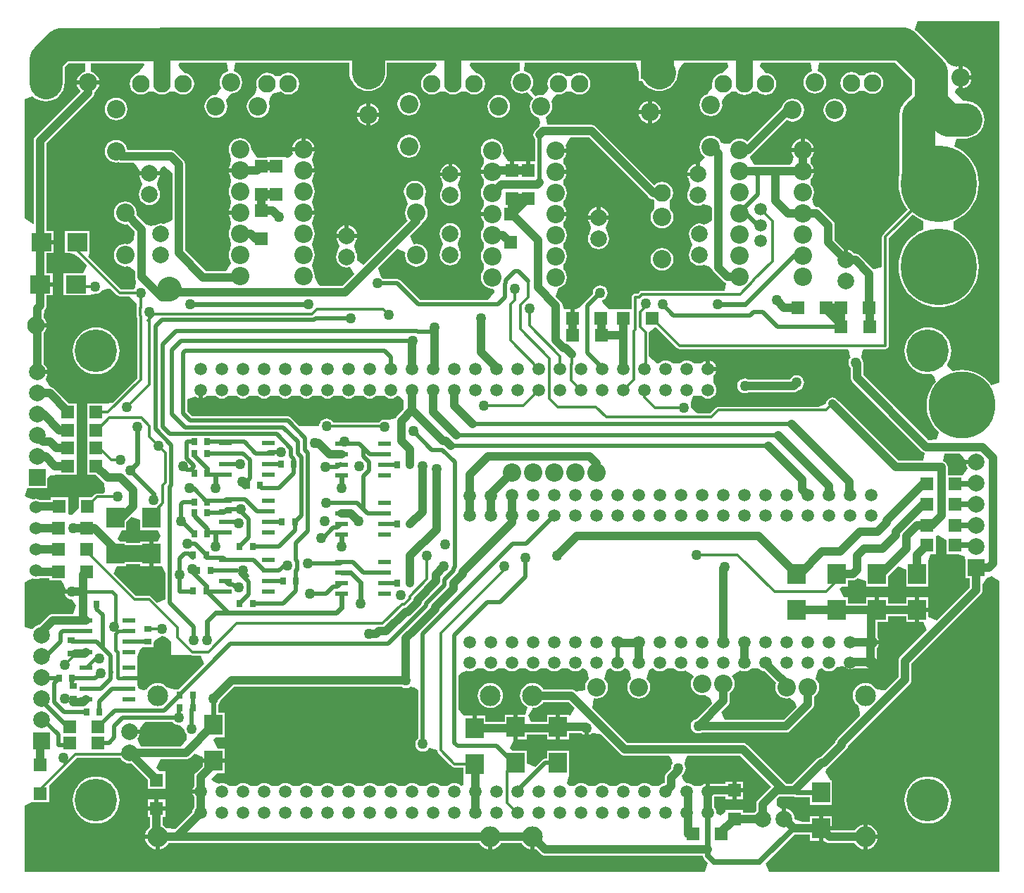
<source format=gtl>
G04 Layer_Physical_Order=1*
G04 Layer_Color=255*
%FSLAX23Y23*%
%MOIN*%
G70*
G01*
G75*
%ADD10R,0.031X0.034*%
%ADD11R,0.064X0.064*%
%ADD12R,0.064X0.064*%
%ADD13R,0.060X0.024*%
%ADD14R,0.034X0.031*%
%ADD15R,0.085X0.096*%
%ADD16R,0.096X0.085*%
%ADD17C,0.020*%
%ADD18C,0.039*%
%ADD19C,0.012*%
%ADD20C,0.024*%
%ADD21C,0.157*%
%ADD22C,0.079*%
%ADD23C,0.028*%
%ADD24C,0.016*%
%ADD25C,0.118*%
%ADD26C,0.004*%
%ADD27C,0.079*%
%ADD28C,0.087*%
%ADD29C,0.098*%
%ADD30C,0.059*%
%ADD31C,0.360*%
%ADD32C,0.059*%
%ADD33C,0.315*%
%ADD34C,0.201*%
%ADD35C,0.083*%
%ADD36R,0.087X0.087*%
%ADD37R,0.079X0.079*%
%ADD38R,0.087X0.087*%
%ADD39C,0.060*%
%ADD40C,0.050*%
%ADD41C,0.004*%
G36*
X7785Y4945D02*
X7746Y4933D01*
X7741Y4940D01*
X7727Y4956D01*
X7710Y4971D01*
X7692Y4983D01*
X7672Y4993D01*
X7652Y5000D01*
X7630Y5004D01*
X7608Y5005D01*
X7586Y5004D01*
X7565Y5000D01*
X7560Y4998D01*
X7538Y5027D01*
X7537Y5032D01*
X7545Y5045D01*
X7552Y5061D01*
X7556Y5078D01*
X7557Y5095D01*
X7556Y5113D01*
X7552Y5130D01*
X7545Y5146D01*
X7536Y5160D01*
X7525Y5174D01*
X7511Y5185D01*
X7497Y5194D01*
X7481Y5201D01*
X7464Y5205D01*
X7446Y5206D01*
X7429Y5205D01*
X7412Y5201D01*
X7396Y5194D01*
X7381Y5185D01*
X7368Y5174D01*
X7357Y5160D01*
X7348Y5146D01*
X7341Y5130D01*
X7337Y5113D01*
X7336Y5095D01*
X7337Y5078D01*
X7341Y5061D01*
X7348Y5045D01*
X7357Y5030D01*
X7368Y5017D01*
X7381Y5006D01*
X7396Y4997D01*
X7412Y4990D01*
X7429Y4986D01*
X7446Y4985D01*
X7464Y4986D01*
X7464Y4986D01*
X7477Y4970D01*
X7484Y4950D01*
X7475Y4940D01*
X7463Y4922D01*
X7453Y4902D01*
X7446Y4881D01*
X7442Y4860D01*
X7440Y4838D01*
X7442Y4816D01*
X7446Y4794D01*
X7453Y4773D01*
X7463Y4754D01*
X7475Y4735D01*
X7490Y4719D01*
X7498Y4711D01*
X7487Y4676D01*
X7449Y4673D01*
X7140Y4982D01*
Y5035D01*
X7140Y5036D01*
X7140Y5040D01*
X7139Y5049D01*
X7136Y5058D01*
X7130Y5064D01*
X7131Y5069D01*
X7138Y5098D01*
X7141Y5104D01*
X7245D01*
X7251Y5105D01*
X7256Y5109D01*
X7260Y5114D01*
X7261Y5120D01*
Y5362D01*
X7261Y5362D01*
X7261D01*
Y5625D01*
Y5628D01*
X7264Y5631D01*
X7375Y5742D01*
X7381Y5736D01*
X7402Y5722D01*
X7424Y5711D01*
X7425Y5711D01*
Y5669D01*
X7424Y5669D01*
X7402Y5658D01*
X7381Y5644D01*
X7362Y5628D01*
X7346Y5609D01*
X7332Y5588D01*
X7321Y5566D01*
X7313Y5542D01*
X7308Y5518D01*
X7307Y5493D01*
X7308Y5468D01*
X7313Y5444D01*
X7321Y5420D01*
X7332Y5398D01*
X7346Y5377D01*
X7362Y5358D01*
X7381Y5342D01*
X7402Y5328D01*
X7424Y5317D01*
X7448Y5309D01*
X7472Y5304D01*
X7497Y5303D01*
X7522Y5304D01*
X7546Y5309D01*
X7570Y5317D01*
X7592Y5328D01*
X7613Y5342D01*
X7632Y5358D01*
X7648Y5377D01*
X7662Y5398D01*
X7673Y5420D01*
X7681Y5444D01*
X7686Y5468D01*
X7687Y5493D01*
X7686Y5518D01*
X7681Y5542D01*
X7673Y5566D01*
X7662Y5588D01*
X7648Y5609D01*
X7632Y5628D01*
X7613Y5644D01*
X7592Y5658D01*
X7570Y5669D01*
X7569Y5669D01*
Y5711D01*
X7570Y5711D01*
X7592Y5722D01*
X7613Y5736D01*
X7632Y5752D01*
X7648Y5771D01*
X7662Y5792D01*
X7673Y5814D01*
X7681Y5838D01*
X7686Y5862D01*
X7687Y5887D01*
X7686Y5912D01*
X7681Y5936D01*
X7673Y5960D01*
X7662Y5982D01*
X7648Y6003D01*
X7632Y6022D01*
X7613Y6038D01*
X7592Y6052D01*
X7570Y6063D01*
X7581Y6101D01*
X7625D01*
X7642Y6103D01*
X7659Y6108D01*
X7675Y6116D01*
X7688Y6127D01*
X7699Y6140D01*
X7707Y6156D01*
X7712Y6173D01*
X7714Y6190D01*
X7712Y6207D01*
X7707Y6224D01*
X7699Y6240D01*
X7688Y6253D01*
X7675Y6264D01*
X7659Y6272D01*
X7642Y6277D01*
X7625Y6279D01*
X7610D01*
X7576Y6318D01*
X7578Y6333D01*
X7585Y6338D01*
X7589Y6338D01*
X7590Y6338D01*
Y6390D01*
Y6442D01*
X7586Y6442D01*
X7585Y6441D01*
X7557Y6447D01*
X7537Y6458D01*
X7534Y6465D01*
X7523Y6478D01*
X7523Y6478D01*
X7390Y6611D01*
X7385Y6615D01*
X7393Y6648D01*
X7397Y6655D01*
X7785D01*
Y4945D01*
D02*
G37*
G36*
X7371Y6378D02*
Y6307D01*
X7339Y6275D01*
X7327Y6261D01*
X7319Y6246D01*
X7314Y6229D01*
X7312Y6212D01*
X7312Y6212D01*
Y5933D01*
X7308Y5912D01*
X7307Y5887D01*
X7308Y5862D01*
X7313Y5838D01*
X7321Y5814D01*
X7332Y5792D01*
X7346Y5771D01*
X7352Y5765D01*
X7240Y5653D01*
X7234Y5646D01*
X7230Y5641D01*
X7229Y5635D01*
Y5626D01*
Y5494D01*
X7218Y5488D01*
X7195Y5483D01*
X7189Y5483D01*
X7126Y5546D01*
X7120Y5551D01*
X7113Y5554D01*
X7105Y5555D01*
X7097D01*
X7093Y5560D01*
X7083Y5568D01*
X7071Y5573D01*
X7068Y5574D01*
Y5525D01*
X7048D01*
Y5577D01*
X7005Y5621D01*
Y5690D01*
X7004Y5698D01*
X7001Y5705D01*
X6996Y5711D01*
X6940Y5767D01*
X6934Y5772D01*
X6927Y5775D01*
X6919Y5776D01*
X6915D01*
X6905Y5789D01*
X6898Y5815D01*
X6901Y5819D01*
X6906Y5832D01*
X6908Y5846D01*
X6906Y5860D01*
X6901Y5873D01*
X6892Y5884D01*
Y5907D01*
X6901Y5919D01*
X6906Y5932D01*
X6907Y5936D01*
X6854D01*
Y5956D01*
X6907D01*
X6906Y5960D01*
X6901Y5973D01*
X6892Y5984D01*
Y6008D01*
X6901Y6019D01*
X6906Y6032D01*
X6907Y6036D01*
X6802D01*
X6802Y6032D01*
X6808Y6019D01*
X6811Y6015D01*
X6803Y5989D01*
X6793Y5976D01*
X6625D01*
X6604Y6011D01*
X6609Y6020D01*
X6615Y6025D01*
X6779Y6189D01*
X6779Y6189D01*
X6792Y6183D01*
X6806Y6181D01*
X6820Y6183D01*
X6833Y6189D01*
X6844Y6197D01*
X6853Y6208D01*
X6858Y6221D01*
X6860Y6235D01*
X6858Y6249D01*
X6853Y6262D01*
X6844Y6273D01*
X6833Y6282D01*
X6820Y6287D01*
X6806Y6289D01*
X6792Y6287D01*
X6779Y6282D01*
X6768Y6273D01*
X6760Y6262D01*
X6754Y6249D01*
X6754Y6249D01*
X6591Y6085D01*
X6581Y6092D01*
X6568Y6098D01*
X6554Y6099D01*
X6540Y6098D01*
X6527Y6092D01*
X6516Y6084D01*
X6510Y6076D01*
X6491Y6075D01*
X6468Y6080D01*
X6465Y6087D01*
X6457Y6098D01*
X6446Y6106D01*
X6433Y6112D01*
X6419Y6114D01*
X6405Y6112D01*
X6392Y6106D01*
X6381Y6098D01*
X6372Y6087D01*
X6367Y6074D01*
X6365Y6060D01*
X6367Y6046D01*
X6372Y6033D01*
X6381Y6022D01*
X6391Y6014D01*
X6391Y6014D01*
X6384Y6002D01*
X6367Y5989D01*
Y5932D01*
X6357D01*
Y5922D01*
X6309D01*
X6309Y5919D01*
X6314Y5908D01*
X6314Y5907D01*
X6322Y5884D01*
Y5879D01*
X6314Y5856D01*
X6314Y5856D01*
X6309Y5844D01*
X6308Y5832D01*
X6309Y5819D01*
X6314Y5807D01*
X6322Y5796D01*
X6332Y5788D01*
X6344Y5783D01*
X6357Y5782D01*
X6370Y5783D01*
X6382Y5788D01*
X6386Y5791D01*
X6410Y5784D01*
X6425Y5774D01*
Y5713D01*
X6403Y5700D01*
X6386Y5693D01*
X6378Y5696D01*
X6365Y5698D01*
X6352Y5696D01*
X6340Y5691D01*
X6330Y5683D01*
X6322Y5673D01*
X6317Y5661D01*
X6315Y5648D01*
X6317Y5635D01*
X6322Y5624D01*
X6322Y5623D01*
X6330Y5600D01*
Y5596D01*
X6322Y5573D01*
X6322Y5572D01*
X6317Y5561D01*
X6315Y5548D01*
X6317Y5535D01*
X6322Y5523D01*
X6330Y5513D01*
X6340Y5505D01*
X6352Y5500D01*
X6365Y5498D01*
X6378Y5500D01*
X6386Y5503D01*
X6408Y5496D01*
X6426Y5484D01*
X6426Y5482D01*
X6429Y5475D01*
X6434Y5469D01*
X6478Y5425D01*
X6484Y5420D01*
X6492Y5417D01*
X6484Y5379D01*
X6092D01*
X6086Y5378D01*
X6081Y5374D01*
X6073Y5366D01*
X6060D01*
X6054Y5365D01*
X6049Y5361D01*
X6045Y5356D01*
X6044Y5350D01*
Y5292D01*
X5964D01*
X5964Y5292D01*
X5941D01*
Y5292D01*
X5939D01*
X5913Y5313D01*
X5904Y5331D01*
X5904Y5336D01*
X5913Y5339D01*
X5920Y5345D01*
X5926Y5352D01*
X5929Y5361D01*
X5930Y5370D01*
X5929Y5379D01*
X5926Y5388D01*
X5920Y5395D01*
X5913Y5401D01*
X5904Y5404D01*
X5895Y5405D01*
X5886Y5404D01*
X5877Y5401D01*
X5870Y5395D01*
X5864Y5388D01*
X5861Y5379D01*
X5860Y5370D01*
X5860Y5364D01*
X5822Y5325D01*
X5821Y5324D01*
X5821Y5324D01*
X5816Y5318D01*
X5800Y5302D01*
X5781Y5292D01*
X5775D01*
X5775D01*
Y5250D01*
X5755D01*
Y5292D01*
X5723D01*
X5714Y5318D01*
X5711Y5325D01*
X5706Y5331D01*
X5685Y5352D01*
X5697Y5392D01*
X5710Y5398D01*
X5721Y5406D01*
X5730Y5417D01*
X5735Y5430D01*
X5737Y5444D01*
X5735Y5458D01*
X5730Y5471D01*
X5721Y5483D01*
Y5506D01*
X5730Y5517D01*
X5735Y5530D01*
X5737Y5544D01*
X5735Y5558D01*
X5730Y5571D01*
X5721Y5583D01*
Y5606D01*
X5730Y5617D01*
X5735Y5630D01*
X5737Y5644D01*
X5735Y5658D01*
X5730Y5671D01*
X5721Y5683D01*
Y5706D01*
X5730Y5717D01*
X5735Y5730D01*
X5736Y5734D01*
X5683D01*
Y5754D01*
X5736D01*
X5735Y5758D01*
X5730Y5771D01*
X5721Y5783D01*
Y5806D01*
X5730Y5817D01*
X5735Y5830D01*
X5737Y5844D01*
X5735Y5858D01*
X5730Y5871D01*
X5721Y5883D01*
Y5906D01*
X5730Y5917D01*
X5735Y5930D01*
X5736Y5934D01*
X5683D01*
Y5954D01*
X5736D01*
X5735Y5958D01*
X5730Y5971D01*
X5721Y5983D01*
Y6006D01*
X5730Y6017D01*
X5735Y6030D01*
X5736Y6034D01*
X5683D01*
Y6054D01*
X5736D01*
X5735Y6058D01*
X5732Y6066D01*
X5740Y6085D01*
X5753Y6105D01*
X5843D01*
X6125Y5822D01*
X6132Y5817D01*
X6139Y5814D01*
X6146Y5813D01*
X6147Y5812D01*
X6150Y5805D01*
X6151Y5797D01*
X6150Y5770D01*
X6147Y5762D01*
X6141Y5755D01*
X6136Y5742D01*
X6134Y5728D01*
X6136Y5714D01*
X6141Y5702D01*
X6150Y5690D01*
X6161Y5682D01*
X6174Y5676D01*
X6188Y5675D01*
X6202Y5676D01*
X6215Y5682D01*
X6226Y5690D01*
X6235Y5702D01*
X6240Y5714D01*
X6242Y5728D01*
X6240Y5742D01*
X6235Y5755D01*
X6229Y5762D01*
X6226Y5770D01*
X6225Y5797D01*
X6226Y5805D01*
X6229Y5812D01*
X6233Y5817D01*
X6238Y5830D01*
X6240Y5843D01*
X6238Y5857D01*
X6233Y5869D01*
X6225Y5880D01*
X6214Y5888D01*
X6201Y5893D01*
X6188Y5895D01*
X6175Y5893D01*
X6162Y5888D01*
X6152Y5880D01*
X5876Y6156D01*
X5870Y6161D01*
X5863Y6164D01*
X5855Y6165D01*
X5645D01*
X5637Y6204D01*
X5642Y6206D01*
X5653Y6215D01*
X5661Y6226D01*
X5667Y6239D01*
X5669Y6253D01*
X5667Y6267D01*
X5663Y6276D01*
X5673Y6295D01*
X5688Y6310D01*
X5697Y6308D01*
X5711Y6310D01*
X5723Y6315D01*
X5736Y6324D01*
X5759D01*
X5771Y6315D01*
X5784Y6310D01*
X5797Y6308D01*
X5811Y6310D01*
X5823Y6315D01*
X5834Y6324D01*
X5842Y6334D01*
X5847Y6347D01*
X5849Y6360D01*
X5847Y6374D01*
X5842Y6386D01*
X5834Y6397D01*
X5823Y6405D01*
X5811Y6410D01*
X5797Y6412D01*
X5784Y6410D01*
X5771Y6405D01*
X5759Y6397D01*
X5736D01*
X5723Y6405D01*
X5711Y6410D01*
X5697Y6412D01*
X5684Y6410D01*
X5671Y6405D01*
X5661Y6397D01*
X5652Y6386D01*
X5647Y6374D01*
X5645Y6360D01*
X5647Y6347D01*
X5651Y6338D01*
X5641Y6320D01*
X5625Y6305D01*
X5615Y6307D01*
X5601Y6305D01*
X5588Y6299D01*
X5563Y6329D01*
X5572Y6340D01*
X5577Y6353D01*
X5579Y6367D01*
X5577Y6381D01*
X5572Y6394D01*
X5563Y6405D01*
X5552Y6414D01*
X5539Y6419D01*
X5534Y6420D01*
X5537Y6459D01*
X6066D01*
X6076Y6424D01*
X6077Y6415D01*
Y6372D01*
X6093D01*
X6102Y6361D01*
X6112Y6351D01*
X6125Y6340D01*
X6141Y6332D01*
X6157Y6327D01*
X6175Y6325D01*
X6192Y6327D01*
X6209Y6332D01*
X6224Y6340D01*
X6238Y6351D01*
X6249Y6365D01*
X6257Y6380D01*
X6262Y6397D01*
X6264Y6414D01*
X6263Y6420D01*
X6282Y6448D01*
X6295Y6459D01*
X6497D01*
X6499Y6456D01*
X6502Y6444D01*
X6500Y6439D01*
X6484Y6419D01*
X6471Y6409D01*
X6463Y6408D01*
X6451Y6403D01*
X6440Y6395D01*
X6432Y6384D01*
X6427Y6372D01*
X6425Y6358D01*
X6426Y6352D01*
X6423Y6340D01*
X6409Y6318D01*
X6404Y6312D01*
X6400Y6310D01*
X6392Y6306D01*
X6381Y6298D01*
X6372Y6287D01*
X6367Y6274D01*
X6365Y6260D01*
X6367Y6246D01*
X6372Y6233D01*
X6381Y6222D01*
X6392Y6213D01*
X6405Y6208D01*
X6419Y6206D01*
X6433Y6208D01*
X6446Y6213D01*
X6457Y6222D01*
X6465Y6233D01*
X6471Y6246D01*
X6473Y6260D01*
X6472Y6267D01*
X6472Y6273D01*
X6476Y6283D01*
X6488Y6304D01*
X6496Y6311D01*
X6503Y6313D01*
X6515Y6322D01*
X6538D01*
X6551Y6313D01*
X6563Y6308D01*
X6577Y6307D01*
X6590Y6308D01*
X6603Y6313D01*
X6615Y6322D01*
X6638D01*
X6651Y6313D01*
X6663Y6308D01*
X6677Y6307D01*
X6690Y6308D01*
X6703Y6313D01*
X6713Y6322D01*
X6721Y6332D01*
X6727Y6345D01*
X6728Y6358D01*
X6727Y6372D01*
X6721Y6384D01*
X6713Y6395D01*
X6703Y6403D01*
X6690Y6408D01*
X6682Y6409D01*
X6670Y6419D01*
X6653Y6439D01*
X6651Y6444D01*
X6655Y6456D01*
X6657Y6459D01*
X6891D01*
X6898Y6420D01*
X6897Y6419D01*
X6884Y6414D01*
X6884Y6414D01*
X6884Y6413D01*
X6873Y6405D01*
X6864Y6394D01*
X6859Y6381D01*
X6857Y6367D01*
X6859Y6353D01*
X6864Y6340D01*
X6873Y6329D01*
X6884Y6320D01*
X6897Y6315D01*
X6911Y6313D01*
X6925Y6315D01*
X6938Y6320D01*
X6949Y6329D01*
X6957Y6340D01*
X6963Y6353D01*
X6965Y6367D01*
X6963Y6381D01*
X6957Y6394D01*
X6949Y6405D01*
X6938Y6413D01*
X6938Y6414D01*
X6938Y6414D01*
X6925Y6419D01*
X6924Y6420D01*
X6931Y6459D01*
X7290D01*
X7371Y6378D01*
D02*
G37*
G36*
X5516Y6420D02*
X5511Y6419D01*
X5498Y6414D01*
X5487Y6405D01*
X5479Y6394D01*
X5473Y6381D01*
X5471Y6367D01*
X5473Y6353D01*
X5479Y6340D01*
X5487Y6329D01*
X5498Y6320D01*
X5511Y6315D01*
X5525Y6313D01*
X5539Y6315D01*
X5552Y6320D01*
X5577Y6291D01*
X5568Y6280D01*
X5563Y6267D01*
X5561Y6253D01*
X5563Y6239D01*
X5568Y6226D01*
X5577Y6215D01*
X5588Y6206D01*
X5601Y6201D01*
X5605Y6200D01*
X5610Y6175D01*
X5609Y6160D01*
X5604Y6156D01*
X5587Y6140D01*
X5584Y6136D01*
X5583Y6134D01*
X5583Y6134D01*
X5580Y6126D01*
X5579Y6119D01*
X5580Y6111D01*
X5583Y6104D01*
X5587Y6097D01*
Y6097D01*
X5588Y6097D01*
Y5992D01*
X5566D01*
Y5950D01*
X5546D01*
Y5992D01*
X5520D01*
Y5992D01*
X5488D01*
Y5950D01*
X5468D01*
Y5992D01*
X5460D01*
X5453Y5998D01*
X5435Y6030D01*
X5437Y6044D01*
X5435Y6058D01*
X5430Y6071D01*
X5421Y6082D01*
X5410Y6091D01*
X5397Y6096D01*
X5383Y6098D01*
X5369Y6096D01*
X5356Y6091D01*
X5345Y6082D01*
X5337Y6071D01*
X5331Y6058D01*
X5330Y6044D01*
X5331Y6030D01*
X5337Y6017D01*
X5345Y6006D01*
Y5983D01*
X5337Y5971D01*
X5331Y5958D01*
X5331Y5954D01*
X5383D01*
Y5934D01*
X5331D01*
X5331Y5930D01*
X5337Y5917D01*
X5345Y5906D01*
Y5883D01*
X5337Y5871D01*
X5331Y5858D01*
X5330Y5844D01*
X5331Y5830D01*
X5337Y5817D01*
X5345Y5806D01*
Y5783D01*
X5337Y5771D01*
X5331Y5758D01*
X5331Y5754D01*
X5383D01*
Y5734D01*
X5331D01*
X5331Y5730D01*
X5337Y5717D01*
X5345Y5706D01*
Y5683D01*
X5337Y5671D01*
X5331Y5658D01*
X5330Y5644D01*
X5331Y5630D01*
X5337Y5617D01*
X5345Y5606D01*
Y5583D01*
X5337Y5571D01*
X5331Y5558D01*
X5330Y5544D01*
X5331Y5530D01*
X5337Y5517D01*
X5345Y5506D01*
Y5483D01*
X5337Y5471D01*
X5331Y5458D01*
X5330Y5444D01*
X5331Y5430D01*
X5337Y5417D01*
X5345Y5406D01*
X5356Y5398D01*
X5369Y5392D01*
X5383Y5390D01*
X5384Y5390D01*
X5393Y5384D01*
X5395Y5373D01*
X5364Y5335D01*
X5043D01*
X4949Y5429D01*
X4943Y5434D01*
X4935Y5435D01*
X4869D01*
X4865Y5440D01*
X4858Y5445D01*
X4858Y5446D01*
X4848Y5473D01*
X4846Y5489D01*
X4935Y5578D01*
X4970Y5563D01*
X4973Y5560D01*
X4971Y5548D01*
X4973Y5534D01*
X4979Y5521D01*
X4987Y5510D01*
X4998Y5502D01*
X5011Y5496D01*
X5025Y5494D01*
X5039Y5496D01*
X5052Y5502D01*
X5063Y5510D01*
X5072Y5521D01*
X5077Y5534D01*
X5079Y5548D01*
X5077Y5562D01*
X5072Y5575D01*
X5063Y5586D01*
X5052Y5595D01*
X5039Y5600D01*
X5025Y5602D01*
X5013Y5600D01*
X5010Y5603D01*
X4995Y5638D01*
X5046Y5689D01*
X5051Y5695D01*
X5052Y5698D01*
X5054Y5702D01*
X5054Y5703D01*
X5063Y5710D01*
X5072Y5721D01*
X5077Y5734D01*
X5079Y5748D01*
X5077Y5762D01*
X5072Y5775D01*
X5063Y5786D01*
X5063Y5822D01*
X5067Y5831D01*
X5068Y5835D01*
X5070Y5848D01*
X5068Y5862D01*
X5063Y5874D01*
X5055Y5885D01*
X5044Y5893D01*
X5032Y5898D01*
X5018Y5900D01*
X5005Y5898D01*
X4992Y5893D01*
X4982Y5885D01*
X4973Y5874D01*
X4968Y5862D01*
X4966Y5848D01*
X4968Y5835D01*
X4973Y5822D01*
X4986Y5790D01*
X4979Y5775D01*
X4979Y5775D01*
X4977Y5772D01*
X4973Y5762D01*
X4971Y5748D01*
X4973Y5734D01*
X4979Y5721D01*
X4985Y5713D01*
X4776Y5503D01*
X4742Y5525D01*
X4743Y5527D01*
X4745Y5540D01*
X4743Y5553D01*
X4738Y5564D01*
X4738Y5565D01*
X4730Y5588D01*
Y5592D01*
X4738Y5615D01*
X4738Y5616D01*
X4743Y5627D01*
X4744Y5630D01*
X4695D01*
X4647D01*
X4647Y5627D01*
X4652Y5616D01*
X4652Y5615D01*
X4660Y5592D01*
Y5588D01*
X4652Y5565D01*
X4652Y5564D01*
X4647Y5553D01*
X4645Y5540D01*
X4647Y5527D01*
X4652Y5515D01*
X4660Y5505D01*
X4670Y5497D01*
X4682Y5492D01*
X4695Y5490D01*
X4708Y5492D01*
X4710Y5493D01*
X4732Y5459D01*
X4677Y5404D01*
X4570D01*
X4559Y5417D01*
X4543Y5444D01*
X4544Y5449D01*
X4542Y5463D01*
X4537Y5476D01*
X4531Y5499D01*
X4537Y5522D01*
X4542Y5535D01*
X4544Y5549D01*
X4542Y5563D01*
X4537Y5576D01*
X4531Y5599D01*
X4537Y5622D01*
X4542Y5635D01*
X4544Y5649D01*
X4542Y5663D01*
X4537Y5676D01*
X4531Y5699D01*
X4537Y5722D01*
X4542Y5735D01*
X4543Y5739D01*
X4490D01*
Y5759D01*
X4543D01*
X4542Y5763D01*
X4537Y5776D01*
X4531Y5799D01*
X4537Y5822D01*
X4542Y5835D01*
X4544Y5849D01*
X4542Y5863D01*
X4537Y5876D01*
X4531Y5899D01*
X4537Y5922D01*
X4542Y5935D01*
X4543Y5939D01*
X4490D01*
Y5959D01*
X4543D01*
X4542Y5963D01*
X4537Y5976D01*
X4531Y5999D01*
X4537Y6022D01*
X4542Y6035D01*
X4543Y6039D01*
X4438D01*
X4438Y6035D01*
X4440Y6031D01*
X4424Y6013D01*
X4418Y6010D01*
X4402Y6012D01*
X4402Y6012D01*
X4318D01*
Y6011D01*
X4275D01*
X4265Y6018D01*
X4244Y6049D01*
X4244Y6049D01*
X4242Y6063D01*
X4237Y6076D01*
X4228Y6087D01*
X4217Y6096D01*
X4204Y6101D01*
X4190Y6103D01*
X4176Y6101D01*
X4164Y6096D01*
X4152Y6087D01*
X4144Y6076D01*
X4138Y6063D01*
X4137Y6049D01*
X4138Y6035D01*
X4144Y6022D01*
X4149Y5999D01*
X4144Y5976D01*
X4138Y5963D01*
X4138Y5959D01*
X4190D01*
Y5939D01*
X4138D01*
X4138Y5935D01*
X4144Y5922D01*
X4149Y5899D01*
X4144Y5876D01*
X4138Y5863D01*
X4137Y5849D01*
X4138Y5835D01*
X4144Y5822D01*
X4149Y5799D01*
X4144Y5776D01*
X4138Y5763D01*
X4138Y5759D01*
X4190D01*
Y5739D01*
X4138D01*
X4138Y5735D01*
X4144Y5722D01*
X4149Y5699D01*
X4144Y5676D01*
X4138Y5663D01*
X4137Y5649D01*
X4138Y5635D01*
X4144Y5622D01*
X4149Y5599D01*
X4144Y5576D01*
X4138Y5563D01*
X4137Y5549D01*
X4138Y5535D01*
X4144Y5522D01*
X4147Y5509D01*
X4123Y5474D01*
X4028D01*
X3930Y5572D01*
Y5980D01*
X3929Y5988D01*
X3926Y5995D01*
X3921Y6001D01*
X3886Y6036D01*
X3880Y6041D01*
X3873Y6044D01*
X3865Y6045D01*
X3657D01*
X3656Y6054D01*
X3650Y6067D01*
X3642Y6078D01*
X3631Y6087D01*
X3618Y6092D01*
X3604Y6094D01*
X3590Y6092D01*
X3577Y6087D01*
X3566Y6078D01*
X3557Y6067D01*
X3552Y6054D01*
X3550Y6040D01*
X3552Y6026D01*
X3557Y6013D01*
X3566Y6002D01*
X3577Y5994D01*
X3590Y5988D01*
X3604Y5986D01*
X3616Y5988D01*
X3621Y5986D01*
X3629Y5985D01*
X3689D01*
X3696Y5979D01*
X3713Y5949D01*
X3714Y5946D01*
X3714Y5945D01*
X3762D01*
X3811D01*
X3810Y5946D01*
X3811Y5949D01*
X3821Y5967D01*
X3831Y5968D01*
X3870Y5935D01*
Y5719D01*
X3860Y5709D01*
X3831Y5696D01*
X3829Y5696D01*
X3816Y5698D01*
X3804Y5696D01*
X3792Y5691D01*
X3790Y5690D01*
X3780Y5688D01*
X3769Y5687D01*
X3742Y5696D01*
X3700Y5738D01*
X3701Y5748D01*
X3699Y5762D01*
X3694Y5775D01*
X3685Y5786D01*
X3674Y5795D01*
X3661Y5800D01*
X3647Y5802D01*
X3633Y5800D01*
X3620Y5795D01*
X3609Y5786D01*
X3601Y5775D01*
X3595Y5762D01*
X3593Y5748D01*
X3595Y5734D01*
X3601Y5721D01*
X3609Y5710D01*
X3620Y5702D01*
X3633Y5696D01*
X3647Y5694D01*
X3657Y5696D01*
X3692Y5661D01*
X3689Y5621D01*
X3667Y5604D01*
X3656Y5601D01*
X3647Y5602D01*
X3633Y5600D01*
X3620Y5595D01*
X3609Y5586D01*
X3601Y5575D01*
X3595Y5562D01*
X3593Y5548D01*
X3595Y5534D01*
X3601Y5521D01*
X3609Y5510D01*
X3620Y5502D01*
X3633Y5496D01*
X3647Y5494D01*
X3656Y5495D01*
X3667Y5492D01*
X3693Y5473D01*
X3695Y5469D01*
Y5445D01*
X3696Y5437D01*
X3698Y5424D01*
X3695Y5397D01*
X3686Y5386D01*
X3686D01*
X3686Y5386D01*
X3627Y5386D01*
X3589Y5424D01*
X3561Y5452D01*
X3502Y5511D01*
Y5511D01*
X3502D01*
X3502Y5511D01*
Y5511D01*
X3471Y5542D01*
X3473Y5546D01*
X3478Y5558D01*
X3478D01*
Y5662D01*
X3361D01*
Y5558D01*
X3386D01*
X3404Y5552D01*
X3435Y5532D01*
X3435Y5532D01*
X3435Y5532D01*
D01*
X3465Y5502D01*
X3463Y5495D01*
X3449Y5462D01*
X3356D01*
Y5358D01*
X3473D01*
Y5358D01*
X3509Y5365D01*
X3514Y5366D01*
X3523Y5369D01*
X3530Y5375D01*
X3533Y5379D01*
X3541Y5384D01*
X3566Y5389D01*
X3579Y5389D01*
X3609Y5359D01*
X3614Y5355D01*
X3620Y5354D01*
X3669D01*
X3702Y5320D01*
X3702Y5304D01*
X3701Y5298D01*
Y5262D01*
X3702Y5256D01*
X3704Y5254D01*
Y4967D01*
X3589Y4851D01*
X3551Y4847D01*
Y4847D01*
X3467D01*
Y4763D01*
X3467Y4763D01*
Y4762D01*
X3467D01*
X3467Y4724D01*
Y4678D01*
X3467D01*
Y4677D01*
X3467D01*
Y4631D01*
X3467Y4593D01*
X3467D01*
Y4592D01*
X3467D01*
Y4508D01*
X3509D01*
X3543Y4474D01*
X3549Y4469D01*
X3552Y4434D01*
X3551Y4427D01*
X3550Y4426D01*
X3542Y4421D01*
X3514D01*
X3508Y4420D01*
X3503Y4416D01*
X3488Y4402D01*
X3481Y4402D01*
X3427D01*
Y4351D01*
X3394Y4319D01*
X3388Y4319D01*
X3377Y4324D01*
X3377Y4325D01*
X3377Y4334D01*
Y4402D01*
X3293D01*
Y4390D01*
X3245D01*
X3235Y4394D01*
X3225Y4395D01*
X3215Y4394D01*
X3210Y4392D01*
X3188Y4400D01*
X3172Y4410D01*
X3184Y4446D01*
X3210Y4446D01*
X3279D01*
Y4492D01*
X3283Y4498D01*
X3295Y4506D01*
X3333Y4508D01*
Y4508D01*
X3417D01*
Y4592D01*
X3417D01*
Y4593D01*
X3417D01*
Y4639D01*
X3417Y4677D01*
X3417Y4716D01*
X3417Y4762D01*
X3417D01*
Y4763D01*
X3417D01*
Y4847D01*
X3380D01*
X3311Y4916D01*
X3305Y4921D01*
X3298Y4924D01*
X3290Y4925D01*
X3270Y4958D01*
X3271Y4964D01*
X3273Y4970D01*
X3273Y4971D01*
X3278Y4982D01*
X3279Y4985D01*
X3230D01*
Y5005D01*
X3279D01*
X3278Y5008D01*
X3273Y5020D01*
X3265Y5030D01*
X3260Y5034D01*
Y5180D01*
X3260Y5180D01*
X3268Y5191D01*
X3273Y5203D01*
X3274Y5207D01*
X3223D01*
Y5226D01*
X3274D01*
X3273Y5230D01*
X3268Y5242D01*
X3260Y5253D01*
X3266Y5289D01*
X3267Y5289D01*
X3271Y5295D01*
X3274Y5303D01*
X3275Y5310D01*
Y5358D01*
X3304D01*
Y5400D01*
X3245D01*
Y5420D01*
X3304D01*
Y5462D01*
X3275D01*
Y5558D01*
X3309D01*
Y5600D01*
X3250D01*
Y5620D01*
X3309D01*
Y5662D01*
X3275D01*
Y6078D01*
X3492Y6295D01*
X3497Y6301D01*
X3498Y6304D01*
X3500Y6308D01*
X3501Y6316D01*
Y6321D01*
X3509Y6327D01*
X3518Y6338D01*
X3523Y6351D01*
X3524Y6355D01*
X3419D01*
X3419Y6351D01*
X3425Y6338D01*
X3433Y6327D01*
X3434Y6321D01*
X3224Y6112D01*
X3219Y6105D01*
X3216Y6098D01*
X3215Y6090D01*
Y5697D01*
X3210Y5696D01*
X3170Y5724D01*
Y6286D01*
X3203Y6300D01*
X3210Y6301D01*
X3222Y6291D01*
X3237Y6283D01*
X3254Y6278D01*
X3271Y6276D01*
X3289Y6278D01*
X3305Y6283D01*
X3321Y6291D01*
X3334Y6302D01*
X3345Y6315D01*
X3354Y6331D01*
X3359Y6348D01*
X3360Y6365D01*
Y6439D01*
X3378Y6457D01*
X3457D01*
X3459Y6417D01*
X3457Y6417D01*
X3444Y6412D01*
X3433Y6403D01*
X3425Y6392D01*
X3419Y6379D01*
X3419Y6375D01*
X3524D01*
X3523Y6379D01*
X3518Y6392D01*
X3509Y6403D01*
X3498Y6412D01*
X3485Y6417D01*
X3483Y6417D01*
X3486Y6457D01*
X3735D01*
X3737Y6450D01*
X3732Y6438D01*
X3707Y6410D01*
X3695Y6405D01*
X3684Y6397D01*
X3676Y6386D01*
X3671Y6374D01*
X3669Y6360D01*
X3671Y6347D01*
X3676Y6334D01*
X3684Y6324D01*
X3695Y6315D01*
X3707Y6310D01*
X3721Y6308D01*
X3734Y6310D01*
X3747Y6315D01*
X3759Y6324D01*
X3782D01*
X3795Y6315D01*
X3807Y6310D01*
X3821Y6308D01*
X3834Y6310D01*
X3847Y6315D01*
X3859Y6324D01*
X3882D01*
X3895Y6315D01*
X3907Y6310D01*
X3921Y6308D01*
X3934Y6310D01*
X3947Y6315D01*
X3957Y6324D01*
X3966Y6334D01*
X3971Y6347D01*
X3973Y6360D01*
X3971Y6374D01*
X3966Y6386D01*
X3957Y6397D01*
X3947Y6405D01*
X3934Y6410D01*
X3930Y6411D01*
X3905Y6437D01*
X3900Y6446D01*
X3899Y6447D01*
X3903Y6459D01*
X4127D01*
X4134Y6420D01*
X4133Y6419D01*
X4120Y6414D01*
X4120Y6414D01*
X4120Y6413D01*
X4109Y6405D01*
X4101Y6394D01*
X4095Y6381D01*
X4093Y6367D01*
X4095Y6353D01*
X4100Y6341D01*
X4100Y6340D01*
X4098Y6337D01*
X4077Y6307D01*
X4076Y6307D01*
X4062Y6305D01*
X4049Y6299D01*
X4038Y6291D01*
X4030Y6280D01*
X4024Y6267D01*
X4022Y6253D01*
X4024Y6239D01*
X4030Y6226D01*
X4038Y6215D01*
X4049Y6206D01*
X4062Y6201D01*
X4076Y6199D01*
X4090Y6201D01*
X4103Y6206D01*
X4114Y6215D01*
X4123Y6226D01*
X4128Y6239D01*
X4130Y6253D01*
X4128Y6267D01*
X4123Y6279D01*
X4123Y6279D01*
X4125Y6283D01*
X4147Y6313D01*
X4147Y6313D01*
X4161Y6315D01*
X4174Y6320D01*
X4185Y6329D01*
X4194Y6340D01*
X4199Y6353D01*
X4201Y6367D01*
X4199Y6381D01*
X4194Y6394D01*
X4185Y6405D01*
X4174Y6413D01*
X4174Y6414D01*
X4174Y6414D01*
X4161Y6419D01*
X4160Y6420D01*
X4167Y6459D01*
X4708D01*
Y6414D01*
X4709Y6397D01*
X4714Y6380D01*
X4723Y6365D01*
X4734Y6351D01*
X4747Y6340D01*
X4763Y6332D01*
X4779Y6327D01*
X4797Y6325D01*
X4814Y6327D01*
X4831Y6332D01*
X4846Y6340D01*
X4860Y6351D01*
X4871Y6365D01*
X4879Y6380D01*
X4884Y6397D01*
X4886Y6414D01*
Y6459D01*
X5117D01*
X5120Y6447D01*
X5120Y6446D01*
X5114Y6437D01*
X5089Y6411D01*
X5085Y6410D01*
X5073Y6405D01*
X5062Y6397D01*
X5054Y6386D01*
X5049Y6374D01*
X5047Y6360D01*
X5049Y6347D01*
X5054Y6334D01*
X5062Y6324D01*
X5073Y6315D01*
X5085Y6310D01*
X5099Y6308D01*
X5112Y6310D01*
X5125Y6315D01*
X5137Y6324D01*
X5160D01*
X5173Y6315D01*
X5185Y6310D01*
X5199Y6308D01*
X5212Y6310D01*
X5225Y6315D01*
X5237Y6324D01*
X5260D01*
X5273Y6315D01*
X5285Y6310D01*
X5299Y6308D01*
X5312Y6310D01*
X5325Y6315D01*
X5335Y6324D01*
X5344Y6334D01*
X5349Y6347D01*
X5350Y6360D01*
X5349Y6374D01*
X5344Y6386D01*
X5335Y6397D01*
X5325Y6405D01*
X5312Y6410D01*
X5308Y6411D01*
X5283Y6437D01*
X5278Y6446D01*
X5277Y6447D01*
X5281Y6459D01*
X5513D01*
X5516Y6420D01*
D02*
G37*
G36*
X4015Y4871D02*
X4015Y4871D01*
X4025Y4875D01*
X4033Y4882D01*
X4041Y4884D01*
X4069D01*
X4077Y4882D01*
X4085Y4875D01*
X4095Y4871D01*
X4105Y4870D01*
X4115Y4871D01*
X4125Y4875D01*
X4133Y4882D01*
X4141Y4884D01*
X4169D01*
X4177Y4882D01*
X4185Y4875D01*
X4195Y4871D01*
X4205Y4870D01*
X4215Y4871D01*
X4225Y4875D01*
X4233Y4882D01*
X4241Y4884D01*
X4269D01*
X4277Y4882D01*
X4285Y4875D01*
X4295Y4871D01*
X4305Y4870D01*
X4315Y4871D01*
X4325Y4875D01*
X4333Y4882D01*
X4341Y4884D01*
X4369D01*
X4377Y4882D01*
X4385Y4875D01*
X4395Y4871D01*
X4405Y4870D01*
X4415Y4871D01*
X4425Y4875D01*
X4433Y4882D01*
X4441Y4884D01*
X4469D01*
X4477Y4882D01*
X4485Y4875D01*
X4495Y4871D01*
X4505Y4870D01*
X4515Y4871D01*
X4525Y4875D01*
X4533Y4882D01*
X4541Y4884D01*
X4569D01*
X4577Y4882D01*
X4585Y4875D01*
X4595Y4871D01*
X4605Y4870D01*
X4615Y4871D01*
X4625Y4875D01*
X4633Y4882D01*
X4641Y4884D01*
X4669D01*
X4677Y4882D01*
X4685Y4875D01*
X4695Y4871D01*
X4705Y4870D01*
X4715Y4871D01*
X4725Y4875D01*
X4733Y4882D01*
X4741Y4884D01*
X4769D01*
X4777Y4882D01*
X4785Y4875D01*
X4795Y4871D01*
X4805Y4870D01*
X4815Y4871D01*
X4825Y4875D01*
X4833Y4882D01*
X4841Y4884D01*
X4869D01*
X4877Y4882D01*
X4885Y4875D01*
X4895Y4871D01*
X4905Y4870D01*
X4915Y4871D01*
X4925Y4875D01*
X4933Y4882D01*
X4939Y4883D01*
X4946Y4880D01*
X4965Y4863D01*
X4966Y4818D01*
X4932Y4785D01*
X4931Y4784D01*
X4923Y4777D01*
X4898Y4770D01*
X4885Y4769D01*
X4884Y4769D01*
X4875Y4770D01*
X4866Y4769D01*
X4857Y4766D01*
X4850Y4760D01*
X4847Y4756D01*
X4631D01*
X4631Y4757D01*
X4625Y4765D01*
X4618Y4770D01*
X4609Y4774D01*
X4600Y4775D01*
X4591Y4774D01*
X4583Y4770D01*
X4575Y4765D01*
X4570Y4757D01*
X4566Y4749D01*
X4565Y4740D01*
X4564Y4739D01*
X4471D01*
X4431Y4779D01*
X4425Y4784D01*
X4417Y4785D01*
X3964D01*
X3940Y4808D01*
Y4865D01*
X3967Y4877D01*
X3980Y4880D01*
X3985Y4875D01*
X3995Y4871D01*
X3995Y4871D01*
Y4910D01*
X4015D01*
Y4871D01*
D02*
G37*
G36*
X6259Y5109D02*
X6264Y5105D01*
X6270Y5104D01*
X7069D01*
X7072Y5098D01*
X7079Y5069D01*
X7080Y5064D01*
X7074Y5058D01*
X7071Y5049D01*
X7070Y5040D01*
X7071Y5031D01*
X7074Y5022D01*
X7080Y5015D01*
X7080Y5015D01*
Y4970D01*
X7081Y4962D01*
X7084Y4955D01*
X7089Y4949D01*
X7418Y4620D01*
X7424Y4615D01*
X7431Y4612D01*
X7423Y4575D01*
X7307D01*
X7021Y4861D01*
X7016Y4866D01*
X7016Y4866D01*
X7010Y4871D01*
X7010Y4871D01*
X7003Y4874D01*
X6995Y4875D01*
X6995Y4875D01*
X6987Y4874D01*
X6987Y4874D01*
X6987Y4874D01*
X6980Y4871D01*
X6974Y4866D01*
X6974D01*
X6969Y4860D01*
X6966Y4853D01*
X6966Y4853D01*
X6966Y4850D01*
X6966Y4850D01*
X6965Y4845D01*
X6965Y4845D01*
X6928Y4831D01*
X6464D01*
X6455D01*
X6449Y4830D01*
X6444Y4826D01*
X6416Y4799D01*
X6406Y4799D01*
X6360D01*
X6352Y4802D01*
X6325Y4825D01*
X6324Y4834D01*
X6324Y4834D01*
X6323Y4839D01*
X6324Y4852D01*
X6333Y4881D01*
X6333Y4882D01*
X6341Y4884D01*
X6369D01*
X6377Y4882D01*
X6385Y4875D01*
X6395Y4871D01*
X6405Y4870D01*
X6415Y4871D01*
X6425Y4875D01*
X6433Y4882D01*
X6440Y4890D01*
X6444Y4900D01*
X6445Y4910D01*
X6444Y4920D01*
X6440Y4930D01*
X6433Y4938D01*
X6431Y4946D01*
Y4974D01*
X6433Y4982D01*
X6440Y4990D01*
X6444Y5000D01*
X6444Y5000D01*
X6405D01*
Y5010D01*
X6395D01*
Y5049D01*
X6395Y5049D01*
X6385Y5045D01*
X6377Y5038D01*
X6369Y5036D01*
X6341D01*
X6333Y5038D01*
X6325Y5045D01*
X6315Y5049D01*
X6305Y5050D01*
X6295Y5049D01*
X6285Y5045D01*
X6277Y5038D01*
X6269Y5036D01*
X6241D01*
X6233Y5038D01*
X6225Y5045D01*
X6215Y5049D01*
X6205Y5050D01*
X6195Y5049D01*
X6185Y5045D01*
X6177Y5038D01*
X6169Y5036D01*
X6163D01*
X6126Y5070D01*
Y5184D01*
X6154Y5205D01*
X6159Y5208D01*
X6159D01*
X6259Y5109D01*
D02*
G37*
G36*
X7607Y4601D02*
X7620Y4580D01*
X7675D01*
Y4560D01*
X7627D01*
X7627Y4557D01*
X7632Y4546D01*
X7632Y4545D01*
X7634Y4538D01*
X7612Y4507D01*
X7540D01*
Y4545D01*
X7539Y4553D01*
X7536Y4560D01*
X7531Y4566D01*
X7525Y4571D01*
X7518Y4574D01*
X7526Y4611D01*
X7596D01*
X7607Y4601D01*
D02*
G37*
G36*
X3718Y4295D02*
Y4246D01*
X3800D01*
X3815Y4220D01*
X3800Y4194D01*
X3780D01*
Y4135D01*
Y4077D01*
X3822D01*
X3838Y4044D01*
Y3920D01*
X3799Y3904D01*
X3771Y3931D01*
X3766Y3935D01*
X3760Y3936D01*
X3697D01*
X3592Y4041D01*
X3607Y4077D01*
X3652D01*
Y4086D01*
X3718D01*
Y4077D01*
X3760D01*
Y4135D01*
Y4194D01*
X3718D01*
Y4185D01*
X3652D01*
Y4194D01*
X3622D01*
X3612Y4207D01*
X3632Y4246D01*
X3652D01*
Y4285D01*
X3678Y4311D01*
X3718Y4295D01*
D02*
G37*
G36*
X3288Y4008D02*
X3344D01*
X3348Y4004D01*
X3354Y3992D01*
X3363Y3969D01*
X3361Y3965D01*
X3395D01*
Y3945D01*
X3361D01*
X3364Y3937D01*
X3370Y3930D01*
X3377Y3924D01*
X3386Y3921D01*
X3395Y3920D01*
X3416Y3888D01*
X3402Y3851D01*
X3306D01*
X3298Y3850D01*
X3291Y3847D01*
X3285Y3842D01*
X3241Y3799D01*
X3237Y3798D01*
X3225Y3793D01*
X3215Y3785D01*
X3210Y3779D01*
X3197Y3779D01*
X3170Y3789D01*
Y3999D01*
X3188Y4010D01*
X3210Y4018D01*
X3215Y4016D01*
X3225Y4015D01*
X3235Y4016D01*
X3245Y4020D01*
X3288D01*
Y4008D01*
D02*
G37*
G36*
X7533Y4200D02*
Y4189D01*
Y4133D01*
X7592D01*
X7620Y4122D01*
X7626Y4097D01*
Y4021D01*
X7645D01*
Y3977D01*
X7487Y3818D01*
X7447Y3835D01*
Y3861D01*
X7405D01*
Y3812D01*
X7425D01*
X7441Y3773D01*
X7316Y3648D01*
X7312Y3642D01*
X7309Y3635D01*
X7308Y3627D01*
Y3550D01*
X7246Y3488D01*
X7230Y3488D01*
X7199Y3497D01*
X7199Y3498D01*
X7192Y3506D01*
X7183Y3514D01*
X7173Y3519D01*
X7162Y3523D01*
X7150Y3524D01*
X7138Y3523D01*
X7127Y3519D01*
X7117Y3514D01*
X7108Y3506D01*
X7101Y3497D01*
X7095Y3487D01*
X7092Y3476D01*
X7091Y3464D01*
X7092Y3453D01*
X7095Y3442D01*
X7101Y3431D01*
X7108Y3422D01*
X7117Y3415D01*
X7117Y3415D01*
X7126Y3384D01*
X7126Y3369D01*
X7017Y3259D01*
X7012Y3253D01*
X7009Y3246D01*
X7009Y3242D01*
X6941Y3174D01*
X6937Y3174D01*
X6930Y3171D01*
X6923Y3166D01*
X6802Y3045D01*
X6777D01*
X6591Y3231D01*
X6585Y3236D01*
X6578Y3239D01*
X6570Y3240D01*
X6024D01*
X5858Y3406D01*
X5865Y3449D01*
X5868Y3452D01*
X5878Y3450D01*
X5892Y3452D01*
X5905Y3457D01*
X5916Y3466D01*
X5925Y3477D01*
X5930Y3490D01*
X5932Y3504D01*
X5930Y3518D01*
X5925Y3531D01*
X5916Y3542D01*
X5923Y3581D01*
X5930Y3590D01*
X5945Y3592D01*
X5950Y3591D01*
X5958Y3584D01*
X5968Y3581D01*
X5978Y3579D01*
X5988Y3581D01*
X5998Y3584D01*
X6006Y3591D01*
X6011Y3592D01*
X6026Y3590D01*
X6033Y3581D01*
X6040Y3542D01*
X6032Y3531D01*
X6026Y3518D01*
X6024Y3504D01*
X6026Y3490D01*
X6032Y3477D01*
X6040Y3466D01*
X6051Y3457D01*
X6064Y3452D01*
X6078Y3450D01*
X6092Y3452D01*
X6105Y3457D01*
X6116Y3466D01*
X6125Y3477D01*
X6130Y3490D01*
X6132Y3504D01*
X6130Y3518D01*
X6125Y3531D01*
X6116Y3542D01*
X6123Y3581D01*
X6130Y3590D01*
X6145Y3592D01*
X6150Y3591D01*
X6158Y3584D01*
X6168Y3581D01*
X6178Y3579D01*
X6188Y3581D01*
X6198Y3584D01*
X6206Y3591D01*
X6214Y3593D01*
X6242D01*
X6250Y3591D01*
X6258Y3584D01*
X6268Y3581D01*
X6278Y3579D01*
X6288Y3581D01*
X6298Y3584D01*
X6332Y3562D01*
X6337Y3553D01*
X6337Y3553D01*
X6332Y3546D01*
X6326Y3533D01*
X6324Y3519D01*
X6326Y3505D01*
X6332Y3492D01*
X6340Y3481D01*
X6351Y3472D01*
X6364Y3467D01*
X6378Y3465D01*
X6392Y3467D01*
X6419Y3449D01*
X6423Y3425D01*
X6352Y3354D01*
X6351Y3354D01*
X6342Y3351D01*
X6335Y3345D01*
X6329Y3338D01*
X6326Y3329D01*
X6325Y3320D01*
X6326Y3311D01*
X6329Y3302D01*
X6335Y3295D01*
X6342Y3289D01*
X6351Y3286D01*
X6360Y3285D01*
X6369Y3286D01*
X6378Y3289D01*
X6378Y3290D01*
X6775D01*
X6783Y3291D01*
X6790Y3294D01*
X6796Y3299D01*
X6899Y3402D01*
X6904Y3408D01*
X6907Y3415D01*
X6908Y3423D01*
Y3460D01*
X6916Y3466D01*
X6925Y3477D01*
X6930Y3490D01*
X6932Y3504D01*
X6930Y3518D01*
X6925Y3531D01*
X6916Y3542D01*
X6923Y3581D01*
X6930Y3590D01*
X6945Y3592D01*
X6950Y3591D01*
X6958Y3584D01*
X6968Y3581D01*
X6978Y3579D01*
X6988Y3581D01*
X6998Y3584D01*
X7006Y3591D01*
X7013Y3599D01*
X7013Y3600D01*
X7045Y3603D01*
X7045Y3603D01*
X7054Y3601D01*
X7057Y3598D01*
X7057D01*
X7063Y3593D01*
X7070Y3590D01*
X7078Y3589D01*
X7086Y3590D01*
X7093Y3593D01*
X7093Y3593D01*
X7094Y3594D01*
X7173D01*
X7181Y3595D01*
X7188Y3598D01*
X7194Y3603D01*
X7199Y3609D01*
X7202Y3616D01*
X7203Y3624D01*
Y3685D01*
X7205Y3687D01*
X7212Y3695D01*
X7216Y3705D01*
X7216Y3705D01*
X7177D01*
Y3725D01*
X7216D01*
X7216Y3725D01*
X7212Y3735D01*
X7207Y3741D01*
Y3812D01*
X7257D01*
Y3840D01*
X7343D01*
Y3812D01*
X7385D01*
Y3870D01*
Y3929D01*
X7343D01*
Y3900D01*
X7257D01*
Y3929D01*
X7215D01*
Y3870D01*
X7195D01*
Y3929D01*
X7153D01*
Y3900D01*
X7067D01*
Y3929D01*
X7049D01*
X7028Y3968D01*
X7038Y3981D01*
X7038Y3981D01*
X7067D01*
Y4010D01*
X7090D01*
X7097Y4011D01*
X7105Y4014D01*
X7111Y4018D01*
X7113Y4021D01*
X7153Y4005D01*
Y3981D01*
X7257D01*
Y4030D01*
X7303Y4076D01*
X7343Y4060D01*
Y3981D01*
X7447D01*
Y4098D01*
X7447Y4098D01*
X7458Y4133D01*
X7483D01*
Y4217D01*
X7483Y4217D01*
X7483Y4218D01*
X7494Y4223D01*
X7533Y4200D01*
D02*
G37*
G36*
X6650Y3591D02*
X6658Y3584D01*
X6668Y3581D01*
X6672Y3580D01*
X6727Y3525D01*
X6729Y3524D01*
X6726Y3518D01*
X6724Y3504D01*
X6726Y3490D01*
X6732Y3477D01*
X6740Y3466D01*
X6751Y3457D01*
X6764Y3452D01*
X6778Y3450D01*
X6792Y3452D01*
X6819Y3434D01*
X6823Y3410D01*
X6763Y3350D01*
X6484D01*
X6469Y3386D01*
X6499Y3417D01*
X6504Y3423D01*
X6507Y3430D01*
X6508Y3438D01*
Y3475D01*
X6516Y3481D01*
X6525Y3492D01*
X6530Y3505D01*
X6532Y3519D01*
X6530Y3533D01*
X6525Y3546D01*
X6520Y3553D01*
X6519Y3553D01*
X6525Y3562D01*
X6558Y3584D01*
X6568Y3581D01*
X6578Y3579D01*
X6588Y3581D01*
X6598Y3584D01*
X6606Y3591D01*
X6614Y3593D01*
X6642D01*
X6650Y3591D01*
D02*
G37*
G36*
X5750D02*
X5758Y3584D01*
X5768Y3581D01*
X5778Y3579D01*
X5788Y3581D01*
X5798Y3584D01*
X5806Y3591D01*
X5811Y3592D01*
X5826Y3590D01*
X5833Y3581D01*
X5840Y3542D01*
X5832Y3531D01*
X5826Y3518D01*
X5824Y3504D01*
X5826Y3494D01*
X5823Y3491D01*
X5780Y3484D01*
X5778Y3485D01*
X5772Y3490D01*
X5765Y3493D01*
X5757Y3494D01*
X5626D01*
X5625Y3497D01*
X5617Y3506D01*
X5608Y3514D01*
X5598Y3519D01*
X5587Y3523D01*
X5575Y3524D01*
X5564Y3523D01*
X5552Y3519D01*
X5542Y3514D01*
X5533Y3506D01*
X5526Y3497D01*
X5520Y3487D01*
X5517Y3476D01*
X5516Y3464D01*
X5517Y3453D01*
X5520Y3442D01*
X5526Y3431D01*
X5533Y3422D01*
X5542Y3415D01*
X5552Y3409D01*
X5540Y3373D01*
X5505D01*
Y3315D01*
Y3256D01*
X5547D01*
Y3280D01*
X5643D01*
Y3256D01*
X5685D01*
Y3315D01*
Y3373D01*
X5643D01*
Y3340D01*
X5569D01*
X5555Y3369D01*
X5556Y3371D01*
X5573Y3400D01*
X5576Y3405D01*
X5587Y3406D01*
X5598Y3409D01*
X5608Y3415D01*
X5617Y3422D01*
X5625Y3431D01*
X5626Y3434D01*
X5745D01*
X5773Y3406D01*
X5754Y3370D01*
X5747Y3371D01*
Y3373D01*
X5705D01*
Y3315D01*
Y3256D01*
X5747D01*
Y3285D01*
X5807D01*
X5814Y3279D01*
X5822Y3276D01*
Y3310D01*
X5842D01*
Y3276D01*
X5849Y3279D01*
X5857Y3285D01*
X5891Y3283D01*
X5900Y3280D01*
X5990Y3189D01*
X5997Y3184D01*
X6000Y3183D01*
X6004Y3181D01*
X6012Y3180D01*
X6221D01*
X6233Y3158D01*
X6237Y3141D01*
X6234Y3138D01*
X6231Y3129D01*
X6230Y3120D01*
X6230Y3118D01*
X6209Y3097D01*
X6204Y3091D01*
X6201Y3084D01*
X6200Y3076D01*
Y3049D01*
X6195Y3049D01*
X6185Y3045D01*
X6177Y3038D01*
X6169Y3036D01*
X6141D01*
X6133Y3038D01*
X6125Y3045D01*
X6115Y3049D01*
X6105Y3050D01*
X6095Y3049D01*
X6085Y3045D01*
X6077Y3038D01*
X6069Y3036D01*
X6041D01*
X6033Y3038D01*
X6025Y3045D01*
X6015Y3049D01*
X6005Y3050D01*
X5995Y3049D01*
X5985Y3045D01*
X5977Y3038D01*
X5969Y3036D01*
X5941D01*
X5933Y3038D01*
X5925Y3045D01*
X5915Y3049D01*
X5905Y3050D01*
X5895Y3049D01*
X5885Y3045D01*
X5877Y3038D01*
X5869Y3036D01*
X5841D01*
X5833Y3038D01*
X5825Y3045D01*
X5815Y3049D01*
X5805Y3050D01*
X5795Y3049D01*
X5785Y3045D01*
X5777Y3038D01*
X5769Y3036D01*
X5751D01*
X5738Y3048D01*
X5747Y3087D01*
X5747D01*
Y3204D01*
X5643D01*
Y3166D01*
X5635D01*
X5628Y3164D01*
X5621Y3160D01*
X5587Y3125D01*
X5547Y3142D01*
Y3204D01*
X5478D01*
X5468Y3217D01*
X5485Y3250D01*
Y3315D01*
Y3373D01*
X5443D01*
Y3340D01*
X5352D01*
Y3368D01*
X5310D01*
Y3310D01*
X5290D01*
Y3368D01*
X5265D01*
X5248Y3368D01*
X5225Y3398D01*
Y3561D01*
X5242Y3573D01*
X5265Y3582D01*
X5268Y3581D01*
X5278Y3579D01*
X5288Y3581D01*
X5298Y3584D01*
X5306Y3591D01*
X5314Y3593D01*
X5342D01*
X5350Y3591D01*
X5358Y3584D01*
X5368Y3581D01*
X5378Y3579D01*
X5388Y3581D01*
X5398Y3584D01*
X5406Y3591D01*
X5414Y3593D01*
X5442D01*
X5450Y3591D01*
X5458Y3584D01*
X5468Y3581D01*
X5478Y3579D01*
X5488Y3581D01*
X5498Y3584D01*
X5506Y3591D01*
X5514Y3593D01*
X5542D01*
X5550Y3591D01*
X5558Y3584D01*
X5568Y3581D01*
X5578Y3579D01*
X5588Y3581D01*
X5598Y3584D01*
X5606Y3591D01*
X5614Y3593D01*
X5642D01*
X5650Y3591D01*
X5658Y3584D01*
X5668Y3581D01*
X5678Y3579D01*
X5688Y3581D01*
X5698Y3584D01*
X5706Y3591D01*
X5714Y3593D01*
X5742D01*
X5750Y3591D01*
D02*
G37*
G36*
X5014Y3502D02*
X5035Y3491D01*
Y3264D01*
X5030Y3260D01*
X5024Y3253D01*
X5021Y3244D01*
X5020Y3235D01*
X5021Y3226D01*
X5024Y3217D01*
X5030Y3210D01*
X5037Y3204D01*
X5046Y3201D01*
X5055Y3200D01*
X5064Y3201D01*
X5073Y3204D01*
X5080Y3210D01*
X5084Y3216D01*
X5088Y3216D01*
X5124Y3205D01*
X5125Y3199D01*
X5129Y3194D01*
X5135Y3187D01*
X5186Y3136D01*
X5193Y3129D01*
X5198Y3125D01*
X5205Y3124D01*
X5248D01*
Y3082D01*
X5248D01*
X5249Y3043D01*
X5246Y3040D01*
X5239Y3037D01*
X5233Y3038D01*
X5225Y3045D01*
X5215Y3049D01*
X5205Y3050D01*
X5195Y3049D01*
X5185Y3045D01*
X5177Y3038D01*
X5169Y3036D01*
X5141D01*
X5133Y3038D01*
X5125Y3045D01*
X5115Y3049D01*
X5105Y3050D01*
X5095Y3049D01*
X5085Y3045D01*
X5077Y3038D01*
X5069Y3036D01*
X5041D01*
X5033Y3038D01*
X5025Y3045D01*
X5015Y3049D01*
X5005Y3050D01*
X4995Y3049D01*
X4985Y3045D01*
X4977Y3038D01*
X4969Y3036D01*
X4941D01*
X4933Y3038D01*
X4925Y3045D01*
X4915Y3049D01*
X4905Y3050D01*
X4895Y3049D01*
X4885Y3045D01*
X4877Y3038D01*
X4869Y3036D01*
X4841D01*
X4833Y3038D01*
X4825Y3045D01*
X4815Y3049D01*
X4805Y3050D01*
X4795Y3049D01*
X4785Y3045D01*
X4777Y3038D01*
X4769Y3036D01*
X4741D01*
X4733Y3038D01*
X4725Y3045D01*
X4715Y3049D01*
X4705Y3050D01*
X4695Y3049D01*
X4685Y3045D01*
X4677Y3038D01*
X4669Y3036D01*
X4641D01*
X4633Y3038D01*
X4625Y3045D01*
X4615Y3049D01*
X4605Y3050D01*
X4595Y3049D01*
X4585Y3045D01*
X4577Y3038D01*
X4569Y3036D01*
X4541D01*
X4533Y3038D01*
X4525Y3045D01*
X4515Y3049D01*
X4505Y3050D01*
X4495Y3049D01*
X4485Y3045D01*
X4477Y3038D01*
X4469Y3036D01*
X4441D01*
X4433Y3038D01*
X4425Y3045D01*
X4415Y3049D01*
X4405Y3050D01*
X4395Y3049D01*
X4385Y3045D01*
X4377Y3038D01*
X4369Y3036D01*
X4341D01*
X4333Y3038D01*
X4325Y3045D01*
X4315Y3049D01*
X4305Y3050D01*
X4295Y3049D01*
X4285Y3045D01*
X4277Y3038D01*
X4269Y3036D01*
X4241D01*
X4233Y3038D01*
X4225Y3045D01*
X4215Y3049D01*
X4205Y3050D01*
X4195Y3049D01*
X4185Y3045D01*
X4177Y3038D01*
X4169Y3036D01*
X4141D01*
X4133Y3038D01*
X4125Y3045D01*
X4115Y3049D01*
X4105Y3050D01*
X4095Y3049D01*
X4090Y3047D01*
X4067Y3057D01*
X4057Y3063D01*
X4056Y3068D01*
X4082Y3097D01*
X4117D01*
Y3146D01*
X4065D01*
X4013D01*
Y3130D01*
X3984Y3101D01*
X3979Y3095D01*
X3976Y3088D01*
X3975Y3080D01*
Y3036D01*
X3970Y3030D01*
X3966Y3020D01*
X3966Y3020D01*
X4005D01*
Y3000D01*
X3966D01*
X3966Y3000D01*
X3970Y2990D01*
X3975Y2984D01*
Y2936D01*
X3970Y2930D01*
X3966Y2920D01*
X3966Y2913D01*
X3887Y2834D01*
X3883Y2834D01*
X3843Y2836D01*
X3842Y2837D01*
X3833Y2844D01*
X3825Y2849D01*
Y2888D01*
X3837D01*
Y2920D01*
X3795D01*
X3753D01*
Y2888D01*
X3765D01*
Y2843D01*
X3758Y2837D01*
X3751Y2828D01*
X3745Y2818D01*
X3742Y2807D01*
X3742Y2805D01*
X3800D01*
Y2795D01*
X3810D01*
Y2736D01*
X3812Y2737D01*
X3823Y2740D01*
X3833Y2746D01*
X3842Y2753D01*
X3850Y2762D01*
X3851Y2765D01*
X5324D01*
X5326Y2762D01*
X5333Y2753D01*
X5342Y2746D01*
X5352Y2740D01*
X5363Y2737D01*
X5365Y2736D01*
Y2795D01*
X5385D01*
Y2736D01*
X5387Y2737D01*
X5398Y2740D01*
X5408Y2746D01*
X5417Y2753D01*
X5424Y2762D01*
X5426Y2765D01*
X5524D01*
X5526Y2762D01*
X5533Y2753D01*
X5542Y2746D01*
X5552Y2740D01*
X5564Y2737D01*
X5565Y2736D01*
Y2795D01*
X5585D01*
Y2736D01*
X5587Y2737D01*
X5590Y2738D01*
X5614Y2714D01*
X5620Y2709D01*
X5623Y2708D01*
X5627Y2706D01*
X5635Y2705D01*
X6381D01*
Y2705D01*
X6383Y2696D01*
X6388Y2688D01*
X6406Y2670D01*
X6390Y2630D01*
X3170D01*
Y2943D01*
X3203Y2959D01*
X3210Y2959D01*
X3287D01*
Y3029D01*
X3287Y3039D01*
X3347Y3099D01*
X3371Y3124D01*
X3375Y3127D01*
X3375Y3127D01*
X3417Y3169D01*
X3624D01*
X3624Y3168D01*
X3632Y3157D01*
X3643Y3149D01*
X3655Y3144D01*
X3668Y3143D01*
X3674Y3144D01*
X3753Y3065D01*
Y3022D01*
X3837D01*
Y3106D01*
X3807D01*
X3794Y3123D01*
X3813Y3163D01*
X3933D01*
X3941Y3164D01*
X3948Y3167D01*
X3954Y3171D01*
X3973Y3191D01*
X4013Y3174D01*
Y3165D01*
X4065D01*
X4117D01*
Y3214D01*
X4084D01*
X4063Y3253D01*
X4073Y3266D01*
X4117D01*
Y3383D01*
X4087D01*
Y3423D01*
X4090Y3425D01*
X4096Y3432D01*
X4099Y3441D01*
X4099Y3442D01*
X4162Y3505D01*
X4957D01*
X4957Y3504D01*
X4966Y3501D01*
X4975Y3500D01*
X4984Y3501D01*
X4993Y3504D01*
X4995Y3507D01*
X5014Y3502D01*
D02*
G37*
G36*
X3835Y3742D02*
X3855Y3729D01*
X3863Y3720D01*
X3863Y3656D01*
X3956D01*
X3958Y3655D01*
X3965Y3654D01*
X4006D01*
X4022Y3614D01*
X3899Y3492D01*
X3881Y3492D01*
X3846Y3502D01*
X3842Y3506D01*
X3833Y3514D01*
X3823Y3519D01*
X3812Y3523D01*
X3800Y3524D01*
X3789Y3523D01*
X3777Y3519D01*
X3767Y3514D01*
X3758Y3506D01*
X3751Y3497D01*
X3748Y3493D01*
X3731Y3491D01*
X3707Y3498D01*
X3704Y3518D01*
Y3524D01*
X3704D01*
Y3536D01*
X3664D01*
Y3556D01*
X3704D01*
Y3568D01*
X3704D01*
Y3573D01*
X3704D01*
Y3617D01*
X3704D01*
Y3649D01*
X3719Y3682D01*
X3728Y3694D01*
X3743Y3694D01*
X3782D01*
Y3717D01*
X3784Y3720D01*
X3789Y3725D01*
X3820Y3745D01*
X3821Y3745D01*
X3824Y3745D01*
X3835Y3742D01*
D02*
G37*
G36*
X3875Y3335D02*
X3882Y3329D01*
X3891Y3326D01*
X3891Y3326D01*
X3903Y3323D01*
X3918Y3313D01*
X3928Y3298D01*
X3931Y3289D01*
X3937Y3282D01*
X3938Y3255D01*
X3910Y3222D01*
X3722D01*
X3710Y3244D01*
X3706Y3260D01*
X3711Y3268D01*
X3716Y3280D01*
X3716Y3283D01*
X3668D01*
Y3302D01*
X3717D01*
X3719Y3311D01*
X3737Y3336D01*
X3742Y3340D01*
X3871D01*
X3875Y3335D01*
D02*
G37*
G36*
X6705Y3033D02*
X6644Y2971D01*
X6639Y2965D01*
X6636Y2958D01*
X6635Y2950D01*
Y2919D01*
X6630Y2915D01*
X6627Y2911D01*
X6572D01*
Y2923D01*
X6488D01*
Y2914D01*
X6466Y2896D01*
X6457Y2898D01*
X6444Y2906D01*
X6445Y2910D01*
X6444Y2920D01*
X6440Y2930D01*
X6435Y2936D01*
Y2984D01*
X6436Y2985D01*
X6488D01*
Y2973D01*
X6520D01*
Y3015D01*
Y3057D01*
X6488D01*
Y3045D01*
X6424D01*
X6415Y3049D01*
X6415Y3049D01*
Y3010D01*
X6395D01*
Y3049D01*
X6395Y3049D01*
X6385Y3045D01*
X6377Y3038D01*
X6369Y3036D01*
X6341D01*
X6333Y3038D01*
X6325Y3045D01*
X6315Y3049D01*
X6305Y3050D01*
X6302Y3049D01*
X6288Y3067D01*
X6282Y3085D01*
X6286Y3089D01*
X6291Y3096D01*
X6292Y3097D01*
X6296Y3102D01*
X6299Y3111D01*
X6300Y3120D01*
X6299Y3129D01*
X6296Y3138D01*
X6293Y3141D01*
X6297Y3158D01*
X6309Y3180D01*
X6558D01*
X6705Y3033D01*
D02*
G37*
G36*
X7785Y4006D02*
Y2630D01*
X6695D01*
X6678Y2670D01*
X6814Y2805D01*
X6888D01*
Y2777D01*
X6930D01*
Y2835D01*
Y2894D01*
X6888D01*
Y2865D01*
X6851D01*
X6815Y2880D01*
X6813Y2893D01*
X6808Y2905D01*
X6800Y2915D01*
X6790Y2923D01*
X6778Y2928D01*
X6775Y2928D01*
Y2880D01*
X6755D01*
Y2928D01*
X6752Y2928D01*
X6740Y2936D01*
X6730Y2944D01*
X6730Y2973D01*
X6742Y2985D01*
X6815D01*
X6815Y2985D01*
X6817Y2984D01*
X6825Y2982D01*
X6825Y2982D01*
X6888D01*
Y2946D01*
X6992D01*
Y3063D01*
X6985D01*
X6961Y3102D01*
X6969Y3119D01*
X6975Y3124D01*
X7059Y3208D01*
X7064Y3214D01*
X7065Y3217D01*
X7067Y3221D01*
X7067Y3225D01*
X7359Y3517D01*
X7364Y3523D01*
X7367Y3530D01*
X7368Y3538D01*
Y3615D01*
X7696Y3943D01*
X7701Y3949D01*
X7702Y3952D01*
X7704Y3957D01*
X7705Y3964D01*
Y3989D01*
X7724Y4021D01*
X7749Y4030D01*
X7785Y4006D01*
D02*
G37*
%LPC*%
G36*
X7610Y6442D02*
Y6400D01*
X7652D01*
X7652Y6404D01*
X7647Y6417D01*
X7638Y6428D01*
X7627Y6437D01*
X7614Y6442D01*
X7610Y6442D01*
D02*
G37*
G36*
X7652Y6380D02*
X7610D01*
Y6338D01*
X7614Y6338D01*
X7627Y6343D01*
X7638Y6352D01*
X7647Y6363D01*
X7652Y6376D01*
X7652Y6380D01*
D02*
G37*
G36*
X7184Y6415D02*
X7170Y6413D01*
X7158Y6408D01*
X7145Y6400D01*
X7122D01*
X7110Y6408D01*
X7097Y6413D01*
X7084Y6415D01*
X7070Y6413D01*
X7058Y6408D01*
X7047Y6400D01*
X7039Y6389D01*
X7034Y6377D01*
X7032Y6363D01*
X7034Y6350D01*
X7039Y6338D01*
X7047Y6327D01*
X7058Y6319D01*
X7070Y6313D01*
X7084Y6312D01*
X7097Y6313D01*
X7110Y6319D01*
X7122Y6327D01*
X7145D01*
X7158Y6319D01*
X7170Y6313D01*
X7184Y6312D01*
X7197Y6313D01*
X7210Y6319D01*
X7220Y6327D01*
X7229Y6338D01*
X7234Y6350D01*
X7236Y6363D01*
X7234Y6377D01*
X7229Y6389D01*
X7220Y6400D01*
X7210Y6408D01*
X7197Y6413D01*
X7184Y6415D01*
D02*
G37*
G36*
X6140Y6277D02*
Y6235D01*
X6182D01*
X6182Y6239D01*
X6177Y6252D01*
X6168Y6263D01*
X6157Y6272D01*
X6144Y6277D01*
X6140Y6277D01*
D02*
G37*
G36*
X6120D02*
X6116Y6277D01*
X6103Y6272D01*
X6092Y6263D01*
X6083Y6252D01*
X6078Y6239D01*
X6078Y6235D01*
X6120D01*
Y6277D01*
D02*
G37*
G36*
X7006Y6289D02*
X6992Y6287D01*
X6979Y6282D01*
X6968Y6273D01*
X6960Y6262D01*
X6954Y6249D01*
X6952Y6235D01*
X6954Y6221D01*
X6960Y6208D01*
X6968Y6197D01*
X6979Y6189D01*
X6992Y6183D01*
X7006Y6181D01*
X7020Y6183D01*
X7033Y6189D01*
X7044Y6197D01*
X7053Y6208D01*
X7058Y6221D01*
X7060Y6235D01*
X7058Y6249D01*
X7053Y6262D01*
X7044Y6273D01*
X7033Y6282D01*
X7020Y6287D01*
X7006Y6289D01*
D02*
G37*
G36*
X6182Y6215D02*
X6140D01*
Y6173D01*
X6144Y6173D01*
X6157Y6178D01*
X6168Y6187D01*
X6177Y6198D01*
X6182Y6211D01*
X6182Y6215D01*
D02*
G37*
G36*
X6120D02*
X6078D01*
X6078Y6211D01*
X6083Y6198D01*
X6092Y6187D01*
X6103Y6178D01*
X6116Y6173D01*
X6120Y6173D01*
Y6215D01*
D02*
G37*
G36*
X6864Y6098D02*
Y6056D01*
X6907D01*
X6906Y6060D01*
X6901Y6073D01*
X6892Y6084D01*
X6881Y6092D01*
X6868Y6098D01*
X6864Y6098D01*
D02*
G37*
G36*
X6844D02*
X6840Y6098D01*
X6827Y6092D01*
X6816Y6084D01*
X6808Y6073D01*
X6802Y6060D01*
X6802Y6056D01*
X6844D01*
Y6098D01*
D02*
G37*
G36*
X6347Y5980D02*
X6344Y5980D01*
X6332Y5975D01*
X6322Y5967D01*
X6314Y5956D01*
X6309Y5944D01*
X6309Y5941D01*
X6347D01*
Y5980D01*
D02*
G37*
G36*
X5897Y5775D02*
Y5737D01*
X5936D01*
X5935Y5740D01*
X5930Y5752D01*
X5922Y5762D01*
X5912Y5770D01*
X5900Y5775D01*
X5897Y5775D01*
D02*
G37*
G36*
X5877D02*
X5874Y5775D01*
X5862Y5770D01*
X5852Y5762D01*
X5844Y5752D01*
X5839Y5740D01*
X5839Y5737D01*
X5877D01*
Y5775D01*
D02*
G37*
G36*
X5936Y5717D02*
X5887D01*
X5839D01*
X5839Y5714D01*
X5844Y5703D01*
X5844Y5702D01*
X5852Y5679D01*
Y5675D01*
X5844Y5652D01*
X5844Y5651D01*
X5839Y5640D01*
X5837Y5627D01*
X5839Y5614D01*
X5844Y5602D01*
X5852Y5592D01*
X5862Y5584D01*
X5874Y5579D01*
X5887Y5577D01*
X5900Y5579D01*
X5912Y5584D01*
X5922Y5592D01*
X5930Y5602D01*
X5935Y5614D01*
X5937Y5627D01*
X5935Y5640D01*
X5931Y5651D01*
X5930Y5652D01*
X5922Y5675D01*
Y5679D01*
X5930Y5702D01*
X5931Y5703D01*
X5935Y5714D01*
X5936Y5717D01*
D02*
G37*
G36*
X6188Y5582D02*
X6174Y5580D01*
X6161Y5575D01*
X6150Y5566D01*
X6141Y5555D01*
X6136Y5542D01*
X6134Y5528D01*
X6136Y5514D01*
X6141Y5502D01*
X6150Y5490D01*
X6161Y5482D01*
X6174Y5476D01*
X6188Y5475D01*
X6202Y5476D01*
X6215Y5482D01*
X6226Y5490D01*
X6235Y5502D01*
X6240Y5514D01*
X6242Y5528D01*
X6240Y5542D01*
X6235Y5555D01*
X6226Y5566D01*
X6215Y5575D01*
X6202Y5580D01*
X6188Y5582D01*
D02*
G37*
G36*
X4419Y6412D02*
X4406Y6410D01*
X4393Y6405D01*
X4381Y6397D01*
X4358D01*
X4345Y6405D01*
X4333Y6410D01*
X4319Y6412D01*
X4306Y6410D01*
X4293Y6405D01*
X4283Y6397D01*
X4274Y6386D01*
X4269Y6374D01*
X4267Y6360D01*
X4269Y6347D01*
X4270Y6345D01*
X4267Y6330D01*
X4260Y6314D01*
X4251Y6300D01*
X4249Y6299D01*
X4238Y6291D01*
X4230Y6280D01*
X4224Y6267D01*
X4222Y6253D01*
X4224Y6239D01*
X4230Y6226D01*
X4238Y6215D01*
X4249Y6206D01*
X4262Y6201D01*
X4276Y6199D01*
X4290Y6201D01*
X4303Y6206D01*
X4314Y6215D01*
X4323Y6226D01*
X4328Y6239D01*
X4330Y6253D01*
X4328Y6267D01*
X4327Y6270D01*
X4330Y6291D01*
X4344Y6313D01*
X4383Y6322D01*
X4393Y6315D01*
X4406Y6310D01*
X4419Y6308D01*
X4433Y6310D01*
X4445Y6315D01*
X4456Y6324D01*
X4464Y6334D01*
X4469Y6347D01*
X4471Y6360D01*
X4469Y6374D01*
X4464Y6386D01*
X4456Y6397D01*
X4445Y6405D01*
X4433Y6410D01*
X4419Y6412D01*
D02*
G37*
G36*
X4807Y6267D02*
Y6224D01*
X4849D01*
X4849Y6228D01*
X4843Y6241D01*
X4835Y6252D01*
X4824Y6261D01*
X4811Y6266D01*
X4807Y6267D01*
D02*
G37*
G36*
X4787Y6267D02*
X4783Y6266D01*
X4770Y6261D01*
X4759Y6252D01*
X4750Y6241D01*
X4745Y6228D01*
X4744Y6224D01*
X4787D01*
Y6267D01*
D02*
G37*
G36*
X4990Y6318D02*
X4976Y6316D01*
X4963Y6310D01*
X4952Y6302D01*
X4943Y6291D01*
X4938Y6278D01*
X4936Y6264D01*
X4938Y6250D01*
X4943Y6237D01*
X4952Y6226D01*
X4963Y6217D01*
X4976Y6212D01*
X4990Y6210D01*
X5004Y6212D01*
X5017Y6217D01*
X5028Y6226D01*
X5036Y6237D01*
X5042Y6250D01*
X5043Y6264D01*
X5042Y6278D01*
X5036Y6291D01*
X5028Y6302D01*
X5017Y6310D01*
X5004Y6316D01*
X4990Y6318D01*
D02*
G37*
G36*
X5415Y6307D02*
X5401Y6305D01*
X5388Y6299D01*
X5377Y6291D01*
X5368Y6280D01*
X5363Y6267D01*
X5361Y6253D01*
X5363Y6239D01*
X5368Y6226D01*
X5377Y6215D01*
X5388Y6206D01*
X5401Y6201D01*
X5415Y6199D01*
X5429Y6201D01*
X5442Y6206D01*
X5453Y6215D01*
X5461Y6226D01*
X5467Y6239D01*
X5469Y6253D01*
X5467Y6267D01*
X5461Y6280D01*
X5453Y6291D01*
X5442Y6299D01*
X5429Y6305D01*
X5415Y6307D01*
D02*
G37*
G36*
X3604Y6294D02*
X3590Y6292D01*
X3577Y6287D01*
X3566Y6278D01*
X3557Y6267D01*
X3552Y6254D01*
X3550Y6240D01*
X3552Y6226D01*
X3557Y6213D01*
X3566Y6202D01*
X3577Y6194D01*
X3590Y6188D01*
X3604Y6186D01*
X3618Y6188D01*
X3631Y6194D01*
X3642Y6202D01*
X3650Y6213D01*
X3656Y6226D01*
X3658Y6240D01*
X3656Y6254D01*
X3650Y6267D01*
X3642Y6278D01*
X3631Y6287D01*
X3618Y6292D01*
X3604Y6294D01*
D02*
G37*
G36*
X4787Y6204D02*
X4744D01*
X4745Y6200D01*
X4750Y6187D01*
X4759Y6176D01*
X4770Y6168D01*
X4783Y6162D01*
X4787Y6162D01*
Y6204D01*
D02*
G37*
G36*
X4849D02*
X4807D01*
Y6162D01*
X4811Y6162D01*
X4824Y6168D01*
X4835Y6176D01*
X4843Y6187D01*
X4849Y6200D01*
X4849Y6204D01*
D02*
G37*
G36*
X4500Y6102D02*
Y6059D01*
X4543D01*
X4542Y6063D01*
X4537Y6076D01*
X4528Y6087D01*
X4517Y6096D01*
X4504Y6101D01*
X4500Y6102D01*
D02*
G37*
G36*
X4481D02*
X4476Y6101D01*
X4464Y6096D01*
X4452Y6087D01*
X4444Y6076D01*
X4438Y6063D01*
X4438Y6059D01*
X4481D01*
Y6102D01*
D02*
G37*
G36*
X4990Y6118D02*
X4976Y6116D01*
X4963Y6110D01*
X4952Y6102D01*
X4943Y6091D01*
X4938Y6078D01*
X4936Y6064D01*
X4938Y6050D01*
X4943Y6037D01*
X4952Y6026D01*
X4963Y6017D01*
X4976Y6012D01*
X4990Y6010D01*
X5004Y6012D01*
X5017Y6017D01*
X5028Y6026D01*
X5036Y6037D01*
X5042Y6050D01*
X5043Y6064D01*
X5042Y6078D01*
X5036Y6091D01*
X5028Y6102D01*
X5017Y6110D01*
X5004Y6116D01*
X4990Y6118D01*
D02*
G37*
G36*
X5196Y5980D02*
Y5941D01*
X5235D01*
X5235Y5944D01*
X5230Y5956D01*
X5222Y5967D01*
X5211Y5975D01*
X5199Y5980D01*
X5196Y5980D01*
D02*
G37*
G36*
X5177D02*
X5174Y5980D01*
X5162Y5975D01*
X5151Y5967D01*
X5143Y5956D01*
X5138Y5944D01*
X5138Y5941D01*
X5177D01*
Y5980D01*
D02*
G37*
G36*
X3811Y5925D02*
X3762D01*
X3714D01*
X3714Y5922D01*
X3719Y5911D01*
X3719Y5910D01*
X3727Y5887D01*
Y5883D01*
X3719Y5860D01*
X3719Y5859D01*
X3714Y5848D01*
X3712Y5835D01*
X3714Y5822D01*
X3719Y5810D01*
X3727Y5800D01*
X3737Y5792D01*
X3749Y5787D01*
X3762Y5785D01*
X3775Y5787D01*
X3787Y5792D01*
X3797Y5800D01*
X3805Y5810D01*
X3810Y5822D01*
X3812Y5835D01*
X3810Y5848D01*
X3805Y5859D01*
X3805Y5860D01*
X3797Y5883D01*
Y5887D01*
X3805Y5910D01*
X3805Y5911D01*
X3810Y5922D01*
X3811Y5925D01*
D02*
G37*
G36*
X5235Y5922D02*
X5186D01*
X5138D01*
X5138Y5919D01*
X5143Y5908D01*
X5143Y5907D01*
X5151Y5884D01*
Y5879D01*
X5143Y5856D01*
X5143Y5856D01*
X5138Y5844D01*
X5137Y5832D01*
X5138Y5819D01*
X5143Y5807D01*
X5151Y5796D01*
X5162Y5788D01*
X5174Y5783D01*
X5186Y5782D01*
X5199Y5783D01*
X5211Y5788D01*
X5222Y5796D01*
X5230Y5807D01*
X5235Y5819D01*
X5236Y5832D01*
X5235Y5844D01*
X5230Y5856D01*
X5230Y5856D01*
X5222Y5879D01*
Y5884D01*
X5230Y5907D01*
X5230Y5908D01*
X5235Y5919D01*
X5235Y5922D01*
D02*
G37*
G36*
X4705Y5688D02*
Y5650D01*
X4744D01*
X4743Y5653D01*
X4738Y5665D01*
X4730Y5675D01*
X4720Y5683D01*
X4708Y5688D01*
X4705Y5688D01*
D02*
G37*
G36*
X4685D02*
X4682Y5688D01*
X4670Y5683D01*
X4660Y5675D01*
X4652Y5665D01*
X4647Y5653D01*
X4647Y5650D01*
X4685D01*
Y5688D01*
D02*
G37*
G36*
X5185Y5700D02*
X5172Y5698D01*
X5160Y5693D01*
X5150Y5685D01*
X5142Y5675D01*
X5137Y5663D01*
X5135Y5650D01*
X5137Y5637D01*
X5142Y5626D01*
X5142Y5625D01*
X5150Y5602D01*
Y5598D01*
X5142Y5575D01*
X5142Y5574D01*
X5137Y5563D01*
X5135Y5550D01*
X5137Y5537D01*
X5142Y5525D01*
X5150Y5515D01*
X5160Y5507D01*
X5172Y5502D01*
X5185Y5500D01*
X5198Y5502D01*
X5210Y5507D01*
X5220Y5515D01*
X5228Y5525D01*
X5233Y5537D01*
X5235Y5550D01*
X5233Y5563D01*
X5228Y5574D01*
X5228Y5575D01*
X5220Y5598D01*
Y5602D01*
X5228Y5625D01*
X5228Y5626D01*
X5233Y5637D01*
X5235Y5650D01*
X5233Y5663D01*
X5228Y5675D01*
X5220Y5685D01*
X5210Y5693D01*
X5198Y5698D01*
X5185Y5700D01*
D02*
G37*
G36*
X3509Y5206D02*
X3492Y5205D01*
X3475Y5201D01*
X3459Y5194D01*
X3444Y5185D01*
X3431Y5174D01*
X3420Y5160D01*
X3411Y5146D01*
X3404Y5130D01*
X3400Y5113D01*
X3399Y5095D01*
X3400Y5078D01*
X3404Y5061D01*
X3411Y5045D01*
X3420Y5030D01*
X3431Y5017D01*
X3444Y5006D01*
X3459Y4997D01*
X3475Y4990D01*
X3492Y4986D01*
X3509Y4985D01*
X3527Y4986D01*
X3544Y4990D01*
X3560Y4997D01*
X3574Y5006D01*
X3588Y5017D01*
X3599Y5030D01*
X3608Y5045D01*
X3615Y5061D01*
X3619Y5078D01*
X3620Y5095D01*
X3619Y5113D01*
X3615Y5130D01*
X3608Y5146D01*
X3599Y5160D01*
X3588Y5174D01*
X3574Y5185D01*
X3560Y5194D01*
X3544Y5201D01*
X3527Y5205D01*
X3509Y5206D01*
D02*
G37*
G36*
X6415Y5049D02*
Y5020D01*
X6444D01*
X6444Y5020D01*
X6440Y5030D01*
X6433Y5038D01*
X6425Y5045D01*
X6415Y5049D01*
X6415Y5049D01*
D02*
G37*
G36*
X6825Y4980D02*
X6816Y4979D01*
X6807Y4976D01*
X6800Y4970D01*
X6794Y4963D01*
X6793Y4960D01*
X6598D01*
X6598Y4961D01*
X6589Y4964D01*
X6580Y4965D01*
X6571Y4964D01*
X6562Y4961D01*
X6555Y4955D01*
X6549Y4948D01*
X6546Y4939D01*
X6545Y4930D01*
X6546Y4921D01*
X6549Y4912D01*
X6555Y4905D01*
X6562Y4899D01*
X6571Y4896D01*
X6580Y4895D01*
X6589Y4896D01*
X6598Y4899D01*
X6598Y4900D01*
X6810D01*
X6818Y4901D01*
X6825Y4904D01*
X6831Y4909D01*
X6833Y4911D01*
X6834Y4911D01*
X6843Y4914D01*
X6850Y4920D01*
X6856Y4927D01*
X6859Y4936D01*
X6860Y4945D01*
X6859Y4954D01*
X6856Y4963D01*
X6850Y4970D01*
X6843Y4976D01*
X6834Y4979D01*
X6825Y4980D01*
D02*
G37*
G36*
X7447Y3929D02*
X7405D01*
Y3880D01*
X7447D01*
Y3929D01*
D02*
G37*
G36*
X5375Y3524D02*
X5363Y3523D01*
X5352Y3519D01*
X5342Y3514D01*
X5333Y3506D01*
X5326Y3497D01*
X5320Y3487D01*
X5317Y3476D01*
X5316Y3464D01*
X5317Y3453D01*
X5320Y3442D01*
X5326Y3431D01*
X5333Y3422D01*
X5342Y3415D01*
X5352Y3409D01*
X5363Y3406D01*
X5375Y3405D01*
X5387Y3406D01*
X5398Y3409D01*
X5408Y3415D01*
X5417Y3422D01*
X5424Y3431D01*
X5430Y3442D01*
X5433Y3453D01*
X5434Y3464D01*
X5433Y3476D01*
X5430Y3487D01*
X5424Y3497D01*
X5417Y3506D01*
X5408Y3514D01*
X5398Y3519D01*
X5387Y3523D01*
X5375Y3524D01*
D02*
G37*
G36*
X3837Y2972D02*
X3805D01*
Y2940D01*
X3837D01*
Y2972D01*
D02*
G37*
G36*
X3785D02*
X3753D01*
Y2940D01*
X3785D01*
Y2972D01*
D02*
G37*
G36*
X3509Y3080D02*
X3492Y3079D01*
X3475Y3075D01*
X3459Y3068D01*
X3444Y3059D01*
X3431Y3048D01*
X3420Y3034D01*
X3411Y3020D01*
X3404Y3004D01*
X3400Y2987D01*
X3399Y2969D01*
X3400Y2952D01*
X3404Y2935D01*
X3411Y2919D01*
X3420Y2904D01*
X3431Y2891D01*
X3444Y2880D01*
X3459Y2871D01*
X3475Y2864D01*
X3492Y2860D01*
X3509Y2859D01*
X3527Y2860D01*
X3544Y2864D01*
X3560Y2871D01*
X3574Y2880D01*
X3588Y2891D01*
X3599Y2904D01*
X3608Y2919D01*
X3615Y2935D01*
X3619Y2952D01*
X3620Y2969D01*
X3619Y2987D01*
X3615Y3004D01*
X3608Y3020D01*
X3599Y3034D01*
X3588Y3048D01*
X3574Y3059D01*
X3560Y3068D01*
X3544Y3075D01*
X3527Y3079D01*
X3509Y3080D01*
D02*
G37*
G36*
X3790Y2785D02*
X3742D01*
X3742Y2783D01*
X3745Y2772D01*
X3751Y2762D01*
X3758Y2753D01*
X3767Y2746D01*
X3777Y2740D01*
X3789Y2737D01*
X3790Y2736D01*
Y2785D01*
D02*
G37*
G36*
X6572Y3057D02*
X6540D01*
Y3025D01*
X6572D01*
Y3057D01*
D02*
G37*
G36*
Y3005D02*
X6540D01*
Y2973D01*
X6572D01*
Y3005D01*
D02*
G37*
G36*
X7446Y3080D02*
X7429Y3079D01*
X7412Y3075D01*
X7396Y3068D01*
X7381Y3059D01*
X7368Y3048D01*
X7357Y3034D01*
X7348Y3020D01*
X7341Y3004D01*
X7337Y2987D01*
X7336Y2969D01*
X7337Y2952D01*
X7341Y2935D01*
X7348Y2919D01*
X7357Y2904D01*
X7368Y2891D01*
X7381Y2880D01*
X7396Y2871D01*
X7412Y2864D01*
X7429Y2860D01*
X7446Y2859D01*
X7464Y2860D01*
X7481Y2864D01*
X7497Y2871D01*
X7511Y2880D01*
X7525Y2891D01*
X7536Y2904D01*
X7545Y2919D01*
X7552Y2935D01*
X7556Y2952D01*
X7557Y2969D01*
X7556Y2987D01*
X7552Y3004D01*
X7545Y3020D01*
X7536Y3034D01*
X7525Y3048D01*
X7511Y3059D01*
X7497Y3068D01*
X7481Y3075D01*
X7464Y3079D01*
X7446Y3080D01*
D02*
G37*
G36*
X6992Y2894D02*
X6950D01*
Y2845D01*
X6992D01*
Y2894D01*
D02*
G37*
G36*
X7140Y2854D02*
X7138Y2853D01*
X7127Y2850D01*
X7117Y2844D01*
X7108Y2837D01*
X7101Y2828D01*
X7099Y2825D01*
X6993D01*
X6992Y2825D01*
Y2826D01*
X6950D01*
Y2777D01*
X6956D01*
X6959Y2774D01*
X6965Y2769D01*
X6973Y2766D01*
X6980Y2765D01*
X7099D01*
X7101Y2762D01*
X7108Y2753D01*
X7117Y2746D01*
X7127Y2740D01*
X7138Y2737D01*
X7140Y2736D01*
Y2795D01*
Y2854D01*
D02*
G37*
G36*
X7160D02*
Y2805D01*
X7209D01*
X7208Y2807D01*
X7205Y2818D01*
X7199Y2828D01*
X7192Y2837D01*
X7183Y2844D01*
X7173Y2850D01*
X7162Y2853D01*
X7160Y2854D01*
D02*
G37*
G36*
X7209Y2785D02*
X7160D01*
Y2736D01*
X7162Y2737D01*
X7173Y2740D01*
X7183Y2746D01*
X7192Y2753D01*
X7199Y2762D01*
X7205Y2772D01*
X7208Y2783D01*
X7209Y2785D01*
D02*
G37*
%LPD*%
D10*
X3968Y3465D02*
D03*
X3906D02*
D03*
X3968Y3406D02*
D03*
X3906D02*
D03*
X4934Y3995D02*
D03*
X4996D02*
D03*
X4934Y4275D02*
D03*
X4996D02*
D03*
X4934Y4555D02*
D03*
X4996D02*
D03*
X3449Y3895D02*
D03*
X3511D02*
D03*
X4224Y4460D02*
D03*
X4286D02*
D03*
X4036Y4665D02*
D03*
X3974D02*
D03*
X4036Y4610D02*
D03*
X3974D02*
D03*
Y4515D02*
D03*
X4036D02*
D03*
Y4380D02*
D03*
X3974D02*
D03*
X4036Y4330D02*
D03*
X3974D02*
D03*
Y4230D02*
D03*
X4036D02*
D03*
X4031Y4130D02*
D03*
X3969D02*
D03*
X4051Y4055D02*
D03*
X3989D02*
D03*
X3969Y3960D02*
D03*
X4031D02*
D03*
X4189Y3900D02*
D03*
X4251D02*
D03*
X4189Y4170D02*
D03*
X4251D02*
D03*
X4384Y4560D02*
D03*
X4446D02*
D03*
X4394Y4005D02*
D03*
X4456D02*
D03*
X4389Y4285D02*
D03*
X4451D02*
D03*
X3334Y3545D02*
D03*
X3396D02*
D03*
X3464Y3385D02*
D03*
X3526D02*
D03*
D11*
X3245Y3001D02*
D03*
Y3135D02*
D03*
X5556Y5950D02*
D03*
Y5816D02*
D03*
X5478Y5950D02*
D03*
Y5816D02*
D03*
X5470Y5743D02*
D03*
Y5609D02*
D03*
X3795Y2930D02*
D03*
Y3064D02*
D03*
X6530Y3015D02*
D03*
Y2881D02*
D03*
X4360Y5970D02*
D03*
Y5836D02*
D03*
X4290Y5759D02*
D03*
Y5625D02*
D03*
Y5969D02*
D03*
Y5835D02*
D03*
D12*
X6964Y5300D02*
D03*
X6830D02*
D03*
X3469Y4360D02*
D03*
X3335D02*
D03*
X6469Y2810D02*
D03*
X6335D02*
D03*
X3509Y4805D02*
D03*
X3375D02*
D03*
X3509Y4720D02*
D03*
X3375D02*
D03*
X3509Y4635D02*
D03*
X3375D02*
D03*
X3509Y4550D02*
D03*
X3375D02*
D03*
X6006Y5250D02*
D03*
X6140D02*
D03*
X5765D02*
D03*
X5899D02*
D03*
X5766Y5170D02*
D03*
X5900D02*
D03*
X7170Y5210D02*
D03*
X7036D02*
D03*
X7169Y5300D02*
D03*
X7035D02*
D03*
X7441Y4465D02*
D03*
X7575D02*
D03*
X7441Y4370D02*
D03*
X7575D02*
D03*
X7441Y4270D02*
D03*
X7575D02*
D03*
X7441Y4175D02*
D03*
X7575D02*
D03*
X3330Y4050D02*
D03*
X3464D02*
D03*
X3330Y4155D02*
D03*
X3464D02*
D03*
X3330Y4255D02*
D03*
X3464D02*
D03*
X3385Y3315D02*
D03*
X3519D02*
D03*
X3385Y3240D02*
D03*
X3519D02*
D03*
D13*
X3664Y3446D02*
D03*
Y3496D02*
D03*
Y3546D02*
D03*
Y3595D02*
D03*
X3460Y3596D02*
D03*
Y3546D02*
D03*
Y3496D02*
D03*
Y3446D02*
D03*
X3664Y3671D02*
D03*
Y3721D02*
D03*
Y3771D02*
D03*
Y3820D02*
D03*
X3460Y3821D02*
D03*
Y3771D02*
D03*
Y3721D02*
D03*
Y3671D02*
D03*
X4874Y3946D02*
D03*
Y3996D02*
D03*
Y4046D02*
D03*
Y4095D02*
D03*
X4670Y4096D02*
D03*
Y4046D02*
D03*
Y3996D02*
D03*
Y3946D02*
D03*
X4874Y4226D02*
D03*
Y4276D02*
D03*
Y4326D02*
D03*
Y4375D02*
D03*
X4670Y4376D02*
D03*
Y4326D02*
D03*
Y4276D02*
D03*
Y4226D02*
D03*
X4874Y4506D02*
D03*
Y4556D02*
D03*
Y4606D02*
D03*
Y4655D02*
D03*
X4670Y4656D02*
D03*
Y4606D02*
D03*
Y4556D02*
D03*
Y4506D02*
D03*
X4120Y4286D02*
D03*
Y4236D02*
D03*
Y4336D02*
D03*
Y4386D02*
D03*
X4324Y4336D02*
D03*
Y4385D02*
D03*
Y4236D02*
D03*
Y4286D02*
D03*
X4120Y4561D02*
D03*
Y4511D02*
D03*
Y4611D02*
D03*
Y4661D02*
D03*
X4324Y4611D02*
D03*
Y4660D02*
D03*
Y4511D02*
D03*
Y4561D02*
D03*
X4120Y4006D02*
D03*
Y3956D02*
D03*
Y4056D02*
D03*
Y4106D02*
D03*
X4324Y4056D02*
D03*
Y4105D02*
D03*
Y3956D02*
D03*
Y4006D02*
D03*
D14*
X3755Y3719D02*
D03*
Y3781D02*
D03*
X3390Y3726D02*
D03*
Y3664D02*
D03*
X3400Y3449D02*
D03*
Y3511D02*
D03*
D15*
X5695Y3315D02*
D03*
Y3145D02*
D03*
X5495Y3315D02*
D03*
Y3145D02*
D03*
X5300Y3310D02*
D03*
Y3140D02*
D03*
X4065Y3155D02*
D03*
Y3325D02*
D03*
X6940Y2835D02*
D03*
Y3005D02*
D03*
X7395Y3870D02*
D03*
Y4040D02*
D03*
X7205Y3870D02*
D03*
Y4040D02*
D03*
X7015Y3870D02*
D03*
Y4040D02*
D03*
X6825Y3870D02*
D03*
Y4040D02*
D03*
X3600Y4135D02*
D03*
Y4305D02*
D03*
X3770Y4135D02*
D03*
Y4305D02*
D03*
D16*
X3245Y5410D02*
D03*
X3415D02*
D03*
X3250Y5610D02*
D03*
X3420D02*
D03*
D17*
X5508Y5472D02*
X5555Y5425D01*
X5492Y5472D02*
X5508D01*
X5448Y5428D02*
X5492Y5472D01*
X6242Y5263D02*
X6604D01*
X6190Y5315D02*
X6242Y5263D01*
X6604D02*
X6621Y5280D01*
X5055Y3756D02*
X5480Y4182D01*
X5544D01*
X3962Y3400D02*
X3968Y3406D01*
X3962Y3307D02*
Y3400D01*
X5055Y3235D02*
Y3756D01*
X5544Y4182D02*
X5677Y4315D01*
X3359Y3385D02*
X3464D01*
X3311Y3433D02*
X3359Y3385D01*
X3250Y3440D02*
X3385Y3305D01*
X3511Y3874D02*
Y3895D01*
X4224Y4480D02*
X4237Y4492D01*
X4075Y4236D02*
X4120D01*
X4042D02*
X4075D01*
X4070Y4511D02*
X4120D01*
X4040D02*
X4070D01*
X4905Y5010D02*
Y5065D01*
X5031Y5185D02*
X5090D01*
X5027Y5189D02*
X5031Y5185D01*
X3889Y5189D02*
X5027D01*
X4119Y4610D02*
X4120Y4611D01*
X4036Y4610D02*
X4119D01*
Y4055D02*
X4120Y4056D01*
X4774Y4046D02*
X4874D01*
X4724Y4096D02*
X4774Y4046D01*
X4670Y4096D02*
X4724D01*
X4874Y3996D02*
X4875Y3995D01*
X4934D01*
X4451Y4246D02*
Y4285D01*
X4375Y4170D02*
X4451Y4246D01*
X4251Y4170D02*
X4375D01*
X4446Y4516D02*
Y4560D01*
X4375Y4445D02*
X4446Y4516D01*
X4290Y4445D02*
X4375D01*
X4456Y3961D02*
Y4005D01*
X4395Y3900D02*
X4456Y3961D01*
X4251Y3900D02*
X4395D01*
X4874Y4276D02*
X4875Y4275D01*
X4934D01*
X4874Y4556D02*
X4875Y4555D01*
X4934D01*
X4804Y4606D02*
X4874D01*
X4036Y4515D02*
X4040Y4511D01*
X4383Y4561D02*
X4384Y4560D01*
X4324Y4561D02*
X4383D01*
X4036Y4665D02*
X4210D01*
X4264Y4611D02*
X4324D01*
X4210Y4665D02*
X4264Y4611D01*
X4036Y4230D02*
X4042Y4236D01*
X4388Y4286D02*
X4389Y4285D01*
X4324Y4286D02*
X4388D01*
X4036Y4380D02*
X4042Y4386D01*
X4120D01*
X4393Y4006D02*
X4394Y4005D01*
X4324Y4006D02*
X4393D01*
X4035Y3956D02*
X4120D01*
X4111Y4115D02*
X4120Y4106D01*
X5505Y3010D02*
Y3015D01*
X5635Y3145D01*
X5695D01*
X3395Y3721D02*
X3460D01*
X3390Y3726D02*
X3395Y3721D01*
X3396Y3511D02*
Y3545D01*
X3397Y3546D01*
X3460D01*
X3255Y3545D02*
X3334D01*
X3250Y3550D02*
X3255Y3545D01*
X3250Y3350D02*
X3259D01*
X3330Y3279D01*
Y3230D02*
Y3279D01*
Y3230D02*
X3375D01*
X3385Y3240D01*
X3526Y3385D02*
Y3436D01*
X3664Y3721D02*
X3753D01*
X3755Y3719D01*
X3250Y3650D02*
X3270D01*
X3340Y3720D01*
Y3760D01*
X3351Y3771D01*
X3460D01*
X3964Y3955D02*
X3969Y3960D01*
X5098Y4627D02*
X5149D01*
X3519Y3315D02*
X3597Y3393D01*
X3570Y3240D02*
X3595Y3265D01*
Y3320D01*
X3635Y3360D01*
X3597Y3393D02*
X3830D01*
X3635Y3360D02*
X3900D01*
X3519Y3240D02*
X3570D01*
X3460Y3546D02*
X3506D01*
X3311Y3522D02*
X3334Y3545D01*
X3311Y3433D02*
Y3522D01*
X3970Y3725D02*
Y3790D01*
X3905Y3955D02*
X3964D01*
X3905D02*
Y4035D01*
X4036Y4330D02*
X4114D01*
X4120Y4336D01*
X5485Y3145D02*
X5495D01*
X5405Y3225D02*
X5485Y3145D01*
X3460Y3496D02*
X3531D01*
X3506Y3546D02*
X3530Y3570D01*
X3531Y3496D02*
X3577Y3542D01*
X3526Y3436D02*
X3586Y3496D01*
X3664D01*
X3577Y3570D02*
X3582Y3576D01*
X3577Y3542D02*
Y3570D01*
X3540Y3690D02*
Y3845D01*
X3511Y3874D02*
X3540Y3845D01*
X3460Y3721D02*
X3510D01*
X3577Y3654D01*
Y3570D02*
Y3654D01*
X5149Y4627D02*
X5207Y4569D01*
X3972Y4546D02*
Y4552D01*
X3939Y4585D02*
X3972Y4552D01*
X4051Y4055D02*
X4119D01*
X4324Y4056D02*
X4376D01*
X5207Y4072D02*
Y4569D01*
X5220Y3225D02*
X5405D01*
X5205Y3240D02*
X5220Y3225D01*
X5205Y3240D02*
Y3750D01*
X5360Y3905D01*
X5420D01*
X3949Y4135D02*
X3969Y4115D01*
X3928Y4135D02*
X3949D01*
X3905Y4035D02*
Y4112D01*
X3928Y4135D01*
X3979Y4182D02*
X4031Y4130D01*
X3940Y4182D02*
X3979D01*
X3920Y4550D02*
X3938Y4532D01*
X3958D01*
X3972Y4546D01*
X3858Y3902D02*
X3970Y3790D01*
X3920Y4380D02*
X3974D01*
X3910Y4370D02*
X3920Y4380D01*
X4031Y4115D02*
X4111D01*
X6640Y5690D02*
X6655D01*
X6584Y5746D02*
X6640Y5690D01*
X6554Y5746D02*
X6584D01*
X6554D02*
Y5749D01*
X6640Y5835D01*
Y5925D01*
X6619Y5946D02*
X6640Y5925D01*
X3912Y5142D02*
X5008D01*
X4875Y5095D02*
X4905Y5065D01*
X3930Y5095D02*
X4875D01*
X3939Y4585D02*
Y4664D01*
X3940Y4665D01*
X3974D01*
X4237Y4492D02*
Y4579D01*
X4120Y4611D02*
X4205D01*
X4237Y4579D01*
X4324Y4611D02*
X4328Y4615D01*
X4754Y4656D02*
X4775Y4635D01*
X4804Y4606D01*
X4685Y4656D02*
X4754D01*
X4599Y4376D02*
X4670D01*
X4303Y4056D02*
X4324D01*
X4208Y4047D02*
X4225Y4030D01*
X4120Y4106D02*
X4253D01*
X4303Y4056D01*
X4120D02*
X4177D01*
X4138Y3988D02*
X4158D01*
X4120Y4006D02*
X4138Y3988D01*
X4171Y3975D02*
X4185D01*
X4158Y3988D02*
X4171Y3975D01*
X4189Y3900D02*
X4232Y3942D01*
Y4002D01*
X3971Y4445D02*
X4036Y4380D01*
X3858Y3902D02*
Y4454D01*
X3865Y4461D01*
Y4651D01*
X3914Y4290D02*
X3974Y4230D01*
X3910Y4290D02*
X3914D01*
X3910D02*
Y4370D01*
X3950Y4445D02*
X3971D01*
X4232Y4212D02*
Y4299D01*
X4189Y4170D02*
X4232Y4212D01*
X4179Y4286D02*
X4185Y4280D01*
X4120Y4286D02*
X4179D01*
X4192Y4042D02*
X4232Y4002D01*
X4208Y4047D02*
Y4059D01*
X4120Y4336D02*
X4129Y4345D01*
X4195D01*
Y4336D02*
X4232Y4299D01*
X4195Y4336D02*
Y4345D01*
X4270Y4336D02*
X4324D01*
X4120Y4386D02*
X4126Y4392D01*
X4670Y4376D02*
X4744D01*
X4794Y4326D02*
X4874D01*
X4744Y4376D02*
X4794Y4326D01*
X4632Y4258D02*
X4652D01*
X4670Y4276D01*
X4575Y4210D02*
X4584D01*
X4632Y4258D01*
X4120Y4561D02*
X4189D01*
X4190Y4560D01*
X5202Y4056D02*
Y4067D01*
X5207Y4072D01*
X5159Y4013D02*
X5202Y4056D01*
X3830Y3393D02*
X4144Y3708D01*
X4328Y4615D02*
X4385D01*
X4666Y4560D02*
X4670Y4556D01*
X4451Y4285D02*
X4481Y4315D01*
X4126Y4392D02*
X4214D01*
X4270Y4336D01*
X4200Y4464D02*
Y4475D01*
Y4464D02*
X4214Y4450D01*
X4224Y4460D01*
Y4480D01*
X4775Y4350D02*
Y4504D01*
X4802Y4531D01*
Y4569D01*
X4775Y4596D02*
X4802Y4569D01*
X4775Y4596D02*
Y4635D01*
X4651Y4545D02*
X4666Y4560D01*
X4595Y4545D02*
X4651D01*
X6735Y5210D02*
X7036D01*
X6665Y5280D02*
X6735Y5210D01*
X6621Y5280D02*
X6665D01*
X5835Y5310D02*
X5895Y5370D01*
X5835Y5085D02*
Y5310D01*
Y5085D02*
X5905Y5015D01*
Y5010D02*
Y5015D01*
X4549Y5250D02*
X4715D01*
X3821Y5243D02*
X4542D01*
X4549Y5250D01*
X3920Y5085D02*
X3930Y5095D01*
X3869Y4797D02*
Y5099D01*
X3912Y5142D01*
X3825Y4736D02*
Y5125D01*
X3889Y5189D01*
X3790Y4726D02*
X3865Y4651D01*
X3790Y4726D02*
Y5212D01*
X3821Y5243D01*
X5090Y5185D02*
X5110Y5205D01*
X3825Y4736D02*
X3859Y4702D01*
X3869Y4797D02*
X3932Y4733D01*
X3920Y4800D02*
Y5085D01*
Y4800D02*
X3955Y4765D01*
X5010Y4715D02*
X5098Y4627D01*
X4481Y4315D02*
Y4594D01*
X4446Y4560D02*
Y4584D01*
X4432Y4598D02*
X4446Y4584D01*
X4432Y4598D02*
Y4634D01*
X4463Y4611D02*
X4481Y4594D01*
X4498Y4627D02*
X4512Y4613D01*
X4498Y4627D02*
Y4684D01*
X4396Y4733D02*
X4463Y4666D01*
X3932Y4733D02*
X4396D01*
X4463Y4611D02*
Y4666D01*
X3859Y4702D02*
X4364D01*
X4432Y4634D01*
X4417Y4765D02*
X4498Y4684D01*
X3955Y4765D02*
X4417D01*
X4512Y4242D02*
Y4613D01*
X4456Y4186D02*
X4512Y4242D01*
X4376Y4056D02*
X4400Y4080D01*
X4415D01*
X4456Y4005D02*
Y4055D01*
X4462Y4061D01*
Y4099D01*
X4456Y4105D02*
X4462Y4099D01*
X4456Y4105D02*
Y4186D01*
X4664Y4090D02*
X4670Y4096D01*
X4510Y4090D02*
X4664D01*
X4632Y3978D02*
X4652D01*
X4670Y3996D01*
X4520Y3945D02*
X4599D01*
X4632Y3978D01*
X5420Y3905D02*
X5540Y4025D01*
Y4115D01*
X5159Y3987D02*
Y4013D01*
X5071Y3900D02*
X5159Y3987D01*
X5071Y3890D02*
Y3900D01*
X4890Y3708D02*
X5071Y3890D01*
X4144Y3708D02*
X4890D01*
X4840Y5415D02*
X4935D01*
X5035Y5315D01*
X5410D01*
X5443Y5348D01*
Y5412D01*
X5448Y5417D01*
Y5428D01*
X5188Y4646D02*
X6692D01*
X5213Y4697D02*
X6738D01*
X5290Y4750D02*
X6800D01*
X5978Y3619D02*
Y3714D01*
X5609Y5894D02*
Y6119D01*
X3900Y3399D02*
X3906Y3406D01*
X3900Y3360D02*
Y3399D01*
X3968Y3406D02*
Y3465D01*
D18*
X5695Y3315D02*
X5827D01*
X5832Y3310D01*
X5757Y3464D02*
X6012Y3210D01*
X5575Y3464D02*
X5757D01*
X6012Y3210D02*
X6570D01*
X3400Y3434D02*
X3448D01*
X7173Y3714D02*
X7178D01*
X5877Y4520D02*
X5879Y4518D01*
X5300Y3310D02*
X5690D01*
X4065Y3450D02*
X4150Y3535D01*
X7675Y3964D02*
Y4070D01*
X7338Y3627D02*
X7675Y3964D01*
X7338Y3538D02*
Y3627D01*
X7038Y3238D02*
X7338Y3538D01*
X7038Y3229D02*
Y3238D01*
X6954Y3145D02*
X7038Y3229D01*
X6945Y3145D02*
X6954D01*
X6815Y3015D02*
X6945Y3145D01*
X6765Y3015D02*
X6815D01*
X5378Y4421D02*
X5477Y4520D01*
X5378Y4409D02*
Y4421D01*
X5377Y4408D02*
X5378Y4409D01*
X5377Y4315D02*
Y4408D01*
X6778Y6230D02*
X6821D01*
X3448Y3434D02*
X3460Y3446D01*
X5305Y2910D02*
Y3010D01*
X5005Y4815D02*
Y4910D01*
X5205Y4835D02*
Y4910D01*
X7075Y4417D02*
Y4475D01*
Y4417D02*
X7078Y4414D01*
X5105Y4805D02*
Y4910D01*
X6978Y4414D02*
Y4457D01*
X6851Y4441D02*
Y4487D01*
Y4441D02*
X6878Y4414D01*
X7170Y5210D02*
Y5299D01*
X5470Y5819D02*
X5554D01*
X3225Y4055D02*
X3230Y4050D01*
X3330D01*
X3225Y4155D02*
X3330D01*
X3225Y4255D02*
X3330D01*
X3225Y4355D02*
X3230Y4360D01*
X3335D01*
X3230Y4595D02*
X3270D01*
X3315Y4550D01*
X3375D01*
X3230Y4695D02*
X3259Y4666D01*
X3290D01*
X3321Y4635D01*
X3375D01*
X3230Y4795D02*
X3260D01*
X3335Y4720D01*
X3375D01*
X3230Y4895D02*
X3290D01*
X3375Y4810D01*
Y4805D02*
Y4810D01*
X3890Y2795D02*
X5375D01*
X4005Y2910D02*
Y3010D01*
X3890Y2795D02*
X4005Y2910D01*
X3800Y2795D02*
X3890D01*
X5375D02*
X5575D01*
X3795Y2800D02*
Y2930D01*
Y2800D02*
X3800Y2795D01*
X5575D02*
X5635Y2735D01*
X6405D01*
X6765Y2880D02*
X6810Y2835D01*
X6940D01*
X6980Y2795D01*
X7150D01*
X6665Y2950D02*
X6730Y3015D01*
X6665Y2880D02*
Y2950D01*
X6405Y2910D02*
Y3010D01*
X6410Y3015D01*
X6530D01*
X6664Y2881D02*
X6665Y2880D01*
X6530Y2881D02*
X6664D01*
X6459Y2810D02*
X6530Y2881D01*
X6310Y2810D02*
Y3005D01*
X6305Y3010D02*
X6310Y3005D01*
X7395Y4040D02*
Y4129D01*
X7441Y4175D01*
X7205Y4040D02*
X7225D01*
X7345Y4160D01*
Y4220D01*
X7395Y4270D01*
X7441D01*
X7015Y4040D02*
X7090D01*
X7110Y4060D01*
Y4125D01*
X7145Y4160D01*
X7230D01*
X7294Y4224D01*
Y4241D01*
X7423Y4370D01*
X7441D01*
X6825Y4040D02*
X6840D01*
X6945Y4145D01*
X7030D01*
X7125Y4240D01*
X7208D01*
X7252Y4284D01*
Y4292D01*
X7425Y4465D01*
X7441D01*
X6005Y4910D02*
X6010Y4905D01*
X6006Y5165D02*
Y5250D01*
Y5011D02*
Y5165D01*
X6005Y5010D02*
X6006Y5011D01*
X5900Y5170D02*
X6001D01*
X6006Y5165D01*
X5900Y5170D02*
Y5249D01*
X5305Y3010D02*
Y3135D01*
X5300Y3140D02*
X5305Y3135D01*
X3453Y3664D02*
X3460Y3671D01*
X3245Y3135D02*
Y3245D01*
X3250Y3250D01*
X3795Y3064D02*
Y3065D01*
X3668Y3193D02*
X3795Y3065D01*
X5005Y5140D02*
X5008Y5142D01*
X5005Y5010D02*
Y5140D01*
X5877Y4520D02*
Y4563D01*
X5845Y4595D02*
X5877Y4563D01*
X5365Y4595D02*
X5845D01*
X5278Y4508D02*
X5365Y4595D01*
X5277Y4315D02*
X5278Y4316D01*
Y4409D01*
Y4508D01*
X4996Y4555D02*
Y4629D01*
X3250Y3750D02*
Y3765D01*
X3306Y3821D01*
X3460D01*
X3449Y3832D02*
X3460Y3821D01*
X3449Y3832D02*
Y3895D01*
X3410Y3664D02*
X3453D01*
X3230Y4995D02*
Y5295D01*
X3245Y5310D01*
Y5410D01*
X3400Y4255D02*
X3464D01*
X3395Y3955D02*
X3444D01*
X6570Y3210D02*
X6765Y3015D01*
X6730D02*
X6765D01*
X3449Y3895D02*
Y3955D01*
Y4035D01*
X3604Y6040D02*
X3629Y6015D01*
X3865D01*
X3900Y5980D01*
X3647Y5748D02*
X3725Y5670D01*
X6147Y5843D02*
X6188D01*
X5855Y6135D02*
X6147Y5843D01*
X5625Y6135D02*
X5855D01*
X6594Y6046D02*
X6778Y6230D01*
X6554Y6046D02*
X6594D01*
X3668Y3193D02*
X3933D01*
X4065Y3325D01*
Y3140D02*
Y3155D01*
X4005Y3080D02*
X4065Y3140D01*
X4005Y3010D02*
Y3080D01*
X5477Y4284D02*
Y4315D01*
Y4413D01*
X5478Y4414D01*
X3471Y6316D02*
Y6365D01*
X3245Y6090D02*
X3471Y6316D01*
X3245Y5410D02*
Y6090D01*
X3600Y4305D02*
X3630D01*
X3685Y4360D01*
X3509Y4550D02*
X3564Y4495D01*
X4150Y3535D02*
X4975D01*
X3564Y4495D02*
X3625D01*
X3685Y4360D02*
Y4435D01*
X3625Y4495D02*
X3685Y4435D01*
X6205Y3010D02*
X6230Y3035D01*
Y3076D01*
X6265Y3111D01*
Y3120D01*
X7177Y3715D02*
Y3842D01*
X7205Y3870D01*
X7395D01*
X6825D02*
X7015D01*
X7205D01*
X7077Y3715D02*
X7177D01*
X7178Y3714D01*
X7173Y3624D02*
Y3714D01*
X7083Y3624D02*
X7173D01*
X7078Y3619D02*
X7083Y3624D01*
X5766Y5170D02*
Y5249D01*
X5765Y5250D02*
X5766Y5249D01*
X4265Y5625D02*
X4290D01*
X4241Y5649D02*
X4265Y5625D01*
X4190Y5649D02*
X4241D01*
X4290Y5759D02*
Y5835D01*
X4291Y5836D01*
X4360D01*
X4291Y5970D02*
X4360D01*
X4190Y5949D02*
X4270D01*
X4290Y5969D01*
X4291Y5970D01*
X3600Y4135D02*
Y4155D01*
X3500Y4255D02*
X3600Y4155D01*
X3464Y4255D02*
X3500D01*
X6419Y6060D02*
X6425D01*
X6455Y6030D01*
Y5490D02*
Y6030D01*
Y5490D02*
X6499Y5446D01*
X6554D01*
X6854Y5946D02*
Y6046D01*
X6554Y5946D02*
X6619D01*
X6784Y5746D02*
X6854D01*
X6725Y5805D02*
X6784Y5746D01*
X6725Y5805D02*
Y5946D01*
X6619D02*
X6725D01*
X6854D01*
X6975Y5608D02*
X7058Y5525D01*
X6975Y5608D02*
Y5690D01*
X6919Y5746D02*
X6975Y5690D01*
X6854Y5746D02*
X6919D01*
X5383Y5844D02*
X5389D01*
X5427Y5882D01*
X5597D01*
X5478Y5950D02*
X5545D01*
X5389D02*
X5478D01*
X5435Y5644D02*
X5470Y5609D01*
X5383Y5644D02*
X5435D01*
X5025Y5710D02*
Y5748D01*
X3900Y5560D02*
Y5980D01*
X4016Y5444D02*
X4195D01*
X3900Y5560D02*
X4016Y5444D01*
X6959Y5300D02*
X7035D01*
Y5224D02*
Y5300D01*
X7169D02*
Y5461D01*
X7105Y5525D02*
X7169Y5461D01*
X7058Y5525D02*
X7105D01*
X6765Y5300D02*
X6830D01*
X6730Y5335D02*
X6765Y5300D01*
X4290Y5759D02*
X4346D01*
X4375Y5730D01*
X5243Y4039D02*
Y4050D01*
X5477Y4284D01*
X5200Y3970D02*
Y3996D01*
X5243Y4039D01*
X5117Y4037D02*
X5155Y4075D01*
X5117Y4005D02*
Y4037D01*
X4848Y3768D02*
X4880D01*
X4835Y3755D02*
X4848Y3768D01*
X4800Y3755D02*
X4835D01*
X6360Y3320D02*
X6478Y3438D01*
Y3519D01*
X6360Y3320D02*
X6775D01*
X6878Y3423D01*
Y3504D01*
X6778D02*
Y3519D01*
X6751Y3546D02*
X6778Y3519D01*
X6748Y3546D02*
X6751D01*
X6678Y3616D02*
X6748Y3546D01*
X6678Y3616D02*
Y3619D01*
X5732Y5108D02*
X5760Y5080D01*
X5722Y5108D02*
X5732D01*
X5478Y5743D02*
X5600Y5621D01*
X5478Y5743D02*
Y5816D01*
Y5743D02*
X5554Y5819D01*
X4614Y4606D02*
X4670D01*
Y4326D02*
X4714D01*
X4750Y4290D01*
X6959Y5300D02*
X7035Y5224D01*
X7675Y4070D02*
X7735D01*
X7755Y4090D01*
X6580Y4930D02*
X6810D01*
X6825Y4945D01*
X7110Y4970D02*
Y5035D01*
X7105Y5040D02*
X7110Y5035D01*
X4689Y5374D02*
X5025Y5710D01*
X3879Y5374D02*
X4689D01*
X3855Y5350D02*
X3879Y5374D01*
X3725Y5445D02*
Y5670D01*
Y5445D02*
X3820Y5350D01*
X3855D01*
X5105Y5010D02*
X5110Y5015D01*
Y5205D01*
X6645Y4220D02*
X6825Y4040D01*
X6477Y3715D02*
Y4067D01*
X6484Y4074D01*
X5785Y4220D02*
X6645D01*
X5690Y4125D02*
X5785Y4220D01*
X4996Y4275D02*
X5055Y4334D01*
Y4550D01*
X4954Y4671D02*
X4996Y4629D01*
X4954Y4671D02*
Y4764D01*
X5005Y4815D01*
X4560Y4660D02*
X4614Y4606D01*
X4545Y4660D02*
X4560D01*
X4880Y3768D02*
X4973Y3860D01*
X4983D01*
X5030Y3907D01*
Y3917D01*
X5117Y4005D01*
X5017Y3777D02*
X5113Y3873D01*
Y3883D01*
X5200Y3970D01*
X4975Y3535D02*
Y3735D01*
X5017Y3777D01*
X5017D01*
X5120Y4250D02*
Y4535D01*
X4996Y3995D02*
Y4125D01*
X5120Y4250D01*
X7441Y4270D02*
X7465D01*
X7510Y4315D01*
Y4545D01*
X7295D02*
X7510D01*
X7110Y4970D02*
X7439Y4641D01*
X7704D01*
X7755Y4590D01*
Y4090D02*
Y4590D01*
X6995Y4845D02*
X7295Y4545D01*
X5405Y5010D02*
Y5016D01*
X5330Y5091D02*
X5405Y5016D01*
X5330Y5091D02*
Y5250D01*
X5685Y5145D02*
X5722Y5108D01*
X5600Y5395D02*
Y5621D01*
Y5395D02*
X5685Y5310D01*
Y5145D02*
Y5310D01*
X5005Y4815D02*
X5152Y4668D01*
X5166D01*
X5188Y4646D01*
X6692D02*
X6851Y4487D01*
X5105Y4805D02*
X5213Y4697D01*
X6738D02*
X6978Y4457D01*
X6800Y4750D02*
X7075Y4475D01*
X5205Y4835D02*
X5290Y4750D01*
X6578Y3619D02*
Y3714D01*
X6577Y3715D02*
X6578Y3714D01*
X6078Y3619D02*
Y3714D01*
X5977Y3715D02*
X5978Y3714D01*
X6078D01*
X5609Y6119D02*
X5625Y6135D01*
X5597Y5882D02*
X5609Y5894D01*
D19*
X3360Y3610D02*
X3410Y3660D01*
X5440Y4060D02*
Y4075D01*
X5140Y3760D02*
X5440Y4060D01*
X7245Y5635D02*
X7457Y5847D01*
X7245Y5120D02*
Y5635D01*
X3360Y3135D02*
X3410Y3185D01*
X3245Y3020D02*
X3360Y3135D01*
Y3170D01*
X3355D02*
X3360D01*
X3410Y3185D02*
X3660D01*
X3819Y3781D02*
X3820Y3780D01*
X3755Y3781D02*
X3819D01*
X5455Y3105D02*
X5495Y3145D01*
X5455Y2955D02*
Y3105D01*
Y2955D02*
X5500Y2910D01*
X5505D01*
X5205Y3140D02*
X5300D01*
X5140Y3205D02*
X5205Y3140D01*
X3245Y3001D02*
Y3020D01*
X3660Y3185D02*
X3668Y3193D01*
X3410Y3660D02*
Y3664D01*
X5345Y4835D02*
X5530D01*
X5605Y4910D01*
X6110Y5306D02*
Y5320D01*
Y5015D02*
Y5184D01*
X6105Y5010D02*
X6110Y5015D01*
X3509Y4635D02*
X3525D01*
X3420Y5570D02*
Y5610D01*
X3425Y5400D02*
X3505D01*
X3415Y5410D02*
X3425Y5400D01*
X6105Y4875D02*
Y4910D01*
X3464Y4146D02*
X3690Y3920D01*
X3464Y4146D02*
Y4155D01*
X6085Y5209D02*
X6110Y5184D01*
X6085Y5209D02*
Y5281D01*
X6110Y5306D01*
X6005Y4910D02*
X6055Y4960D01*
Y5190D01*
X6060Y5195D01*
Y5350D01*
X6080D01*
X6092Y5363D01*
X4040Y3670D02*
X4175Y3805D01*
X3895Y3740D02*
X3965Y3670D01*
X4040D01*
X5140Y3205D02*
Y3760D01*
X6270Y5120D02*
X7245D01*
X3895Y3740D02*
Y3785D01*
X3690Y3920D02*
X3760D01*
X3895Y3785D01*
X4867Y5293D02*
X4895Y5265D01*
X3805Y4645D02*
X3838Y4612D01*
X3525Y4635D02*
X3580Y4580D01*
X3625D01*
X3825Y4460D02*
X3838Y4472D01*
Y4612D01*
X3469Y4360D02*
X3514Y4405D01*
X3610D01*
X4175Y3805D02*
X4865D01*
X5758Y4957D02*
X5805Y4910D01*
X5758Y4957D02*
Y5032D01*
X5760Y5034D01*
Y5080D01*
X4870Y4740D02*
X4875Y4735D01*
X4600Y4740D02*
X4870D01*
X6655Y5765D02*
X6710Y5710D01*
Y5520D02*
Y5710D01*
X6622Y5428D02*
Y5433D01*
X6710Y5520D01*
X6092Y5363D02*
X6557D01*
X6622Y5428D01*
X6140Y5250D02*
X6270Y5120D01*
X4553Y5293D02*
X4867D01*
X3786Y5270D02*
X4531D01*
X4553Y5293D01*
X3768Y5252D02*
X3786Y5270D01*
X3509Y4805D02*
X3565D01*
X3420Y5570D02*
X3620Y5370D01*
X3720D01*
X3755Y5239D02*
X3760Y5244D01*
Y4935D02*
Y5280D01*
X3720Y5300D02*
Y5370D01*
X3655Y4830D02*
X3760Y4935D01*
Y5260D02*
X3768Y5252D01*
X3565Y4805D02*
X3720Y4960D01*
Y5260D01*
X3717Y5262D02*
X3720Y5260D01*
X3717Y5262D02*
Y5298D01*
X3720Y5300D01*
X3740Y4305D02*
X3783Y4347D01*
X3798D01*
X3825Y4375D01*
Y4460D01*
X3723Y4778D02*
X3762Y4738D01*
Y4688D02*
X3805Y4645D01*
X3762Y4688D02*
Y4738D01*
X3571Y4778D02*
X3723D01*
X3509Y4720D02*
X3513D01*
X3571Y4778D01*
X4865Y3805D02*
X4957Y3897D01*
X4968D01*
X4993Y3922D01*
Y3933D01*
X5075Y4015D01*
Y4125D01*
X6350Y4130D02*
X6545D01*
X6720Y3955D01*
X6965D01*
X7015Y4005D01*
Y4040D01*
X5490Y5335D02*
Y5390D01*
X5560Y5215D02*
Y5295D01*
Y5215D02*
X5705Y5070D01*
Y5010D02*
Y5070D01*
X5470Y5145D02*
X5605Y5010D01*
X5470Y5145D02*
Y5315D01*
X5490Y5335D01*
X5555Y5350D02*
Y5425D01*
X5517Y5313D02*
X5555Y5350D01*
X5517Y5198D02*
Y5313D01*
Y5198D02*
X5655Y5060D01*
Y4870D02*
Y5060D01*
Y4870D02*
X5695Y4830D01*
X6105Y4875D02*
X6155Y4825D01*
X6290D01*
X6965Y4815D02*
X6995Y4845D01*
X5695Y4830D02*
X5875D01*
X5923Y4782D01*
X6422D01*
X6455Y4815D01*
X6965D01*
D20*
X6580Y5315D02*
X6811Y5546D01*
X6452Y5315D02*
X6580D01*
X6815Y3015D02*
X6825Y3005D01*
X6940D01*
X4065Y3325D02*
Y3450D01*
X4035Y3956D02*
X4136Y3855D01*
X4031Y3960D02*
X4035Y3956D01*
X4136Y3855D02*
X4645D01*
X4670Y3880D01*
Y3946D01*
X4036Y4230D02*
Y4254D01*
X3974Y4316D02*
X4036Y4254D01*
X3974Y4316D02*
Y4330D01*
X4075Y4170D02*
Y4236D01*
X4670Y4170D02*
Y4226D01*
X4070Y4511D02*
X4075Y4506D01*
Y4445D02*
Y4506D01*
X4670Y4445D02*
Y4506D01*
X4036Y4515D02*
Y4539D01*
X3974Y4601D02*
X4036Y4539D01*
X3974Y4601D02*
Y4610D01*
X4031Y3960D02*
Y3984D01*
X3964Y4060D02*
X3969Y4055D01*
X3964Y4060D02*
Y4063D01*
X4075Y3855D02*
X4136D01*
X4035Y3815D02*
X4075Y3855D01*
X4035Y3725D02*
Y3815D01*
X3969Y4046D02*
Y4055D01*
Y4046D02*
X4031Y3984D01*
X6811Y5546D02*
X6854D01*
X4670Y4046D02*
X4714D01*
X3780Y4390D02*
Y4420D01*
X3670Y4530D02*
X3780Y4420D01*
X3955Y5315D02*
X4515D01*
X3705Y4565D02*
Y4735D01*
X3670Y4530D02*
X3705Y4565D01*
X4714Y4046D02*
X4760Y4000D01*
Y3900D02*
Y4000D01*
D21*
X7600Y6190D02*
X7625D01*
X7540D02*
X7600D01*
X7402Y5910D02*
Y6212D01*
X7460Y6270D02*
X7540Y6190D01*
X5197Y6548D02*
X5199Y6547D01*
X6573Y6548D02*
X6577Y6545D01*
X7402Y6212D02*
X7460Y6270D01*
X3341Y6546D02*
X3821D01*
X3271Y6476D02*
X3341Y6546D01*
X3271Y6365D02*
Y6476D01*
X4797Y6414D02*
Y6540D01*
X4805Y6548D01*
X3823D02*
X4805D01*
X5197D01*
X6165Y6424D02*
Y6548D01*
Y6424D02*
X6175Y6414D01*
X5200Y6548D02*
X6165D01*
X6573D01*
X6580D02*
X7327D01*
X7460Y6415D01*
Y6270D02*
Y6415D01*
D22*
X3821Y6546D02*
X3823Y6548D01*
X3821Y6360D02*
Y6546D01*
X5199Y6547D02*
X5200Y6548D01*
X5199Y6360D02*
Y6547D01*
X6577Y6545D02*
X6580Y6548D01*
X6577Y6358D02*
Y6545D01*
X3600Y4135D02*
X3770D01*
D23*
X6405Y2735D02*
Y2910D01*
Y2705D02*
Y2735D01*
X7575Y4175D02*
X7670D01*
X7575Y4270D02*
X7675D01*
X7575Y4370D02*
X7675D01*
X7575Y4465D02*
X7670D01*
X6649Y2675D02*
X6810Y2835D01*
X6435Y2675D02*
X6649D01*
X6405Y2705D02*
X6435Y2675D01*
D24*
X3616Y3546D02*
X3664D01*
X3612Y3550D02*
X3616Y3546D01*
X3612Y3550D02*
Y3668D01*
X3600Y3680D02*
X3612Y3668D01*
X3600Y3680D02*
Y3755D01*
X3616Y3771D02*
X3664D01*
X3585Y3955D02*
X3600Y3940D01*
X3444Y3955D02*
X3449D01*
X3585D01*
X3595Y3790D02*
X3600D01*
Y3940D01*
Y3755D02*
X3615Y3770D01*
X3504Y3640D02*
X3525D01*
X3460Y3596D02*
X3504Y3640D01*
D25*
X3855Y5390D02*
X3856Y5389D01*
D26*
X7457Y5415D02*
G03*
X7497Y5375I40J0D01*
G01*
D02*
G03*
X7537Y5415I0J40D01*
G01*
Y5965D02*
G03*
X7457Y5965I-40J0D01*
G01*
Y5808D02*
G03*
X7537Y5808I40J0D01*
G01*
Y5572D02*
G03*
X7457Y5572I-40J0D01*
G01*
D27*
X6665Y2880D02*
D03*
X6765D02*
D03*
X3668Y3193D02*
D03*
Y3293D02*
D03*
X4695Y5540D02*
D03*
Y5640D02*
D03*
X3816Y5548D02*
D03*
Y5648D02*
D03*
X3762Y5835D02*
D03*
Y5935D02*
D03*
X5887Y5627D02*
D03*
Y5727D02*
D03*
X5185Y5550D02*
D03*
Y5650D02*
D03*
X5186Y5832D02*
D03*
Y5932D02*
D03*
X7058Y5425D02*
D03*
Y5525D02*
D03*
X6365Y5548D02*
D03*
Y5648D02*
D03*
X6357Y5832D02*
D03*
Y5932D02*
D03*
X3230Y4695D02*
D03*
Y4895D02*
D03*
Y4795D02*
D03*
Y4595D02*
D03*
Y4995D02*
D03*
X7675Y4270D02*
D03*
Y4470D02*
D03*
Y4370D02*
D03*
Y4170D02*
D03*
Y4570D02*
D03*
X3250Y3450D02*
D03*
Y3650D02*
D03*
Y3750D02*
D03*
Y3350D02*
D03*
Y3550D02*
D03*
D28*
X3604Y6240D02*
D03*
Y6040D02*
D03*
X4990Y6264D02*
D03*
Y6064D02*
D03*
X6419Y6260D02*
D03*
Y6060D02*
D03*
X5978Y3504D02*
D03*
X6378Y3519D02*
D03*
X6078Y3504D02*
D03*
X6878D02*
D03*
X5878D02*
D03*
X4147Y6367D02*
D03*
X5525D02*
D03*
X6911D02*
D03*
X6278Y3519D02*
D03*
X5777Y4520D02*
D03*
X5677D02*
D03*
X5577D02*
D03*
X6478Y3519D02*
D03*
X5477Y4520D02*
D03*
X6778Y3504D02*
D03*
X5877Y4520D02*
D03*
X6678Y3504D02*
D03*
X4190Y5649D02*
D03*
Y5549D02*
D03*
Y5949D02*
D03*
Y5849D02*
D03*
X4490Y5549D02*
D03*
Y5649D02*
D03*
Y5849D02*
D03*
Y5949D02*
D03*
X4190Y5749D02*
D03*
Y5449D02*
D03*
Y6049D02*
D03*
X4490Y5449D02*
D03*
Y5749D02*
D03*
Y6049D02*
D03*
X5383Y5644D02*
D03*
Y5544D02*
D03*
Y5944D02*
D03*
Y5844D02*
D03*
X5683Y5544D02*
D03*
Y5644D02*
D03*
Y5844D02*
D03*
Y5944D02*
D03*
X5383Y5744D02*
D03*
Y5444D02*
D03*
Y6044D02*
D03*
X5683Y5444D02*
D03*
Y5744D02*
D03*
Y6044D02*
D03*
X6554Y5646D02*
D03*
Y5546D02*
D03*
Y5946D02*
D03*
Y5846D02*
D03*
X6854Y5546D02*
D03*
Y5646D02*
D03*
Y5846D02*
D03*
Y5946D02*
D03*
X6554Y5746D02*
D03*
Y5446D02*
D03*
Y6046D02*
D03*
X6854Y5446D02*
D03*
Y5746D02*
D03*
Y6046D02*
D03*
X3647Y5748D02*
D03*
Y5548D02*
D03*
X6188Y5728D02*
D03*
Y5528D02*
D03*
X4276Y6253D02*
D03*
X4076D02*
D03*
X5025Y5748D02*
D03*
Y5548D02*
D03*
X5615Y6253D02*
D03*
X5415D02*
D03*
X7006Y6235D02*
D03*
X6806D02*
D03*
X4797Y6214D02*
D03*
X7600Y6390D02*
D03*
X6130Y6225D02*
D03*
X3471Y6365D02*
D03*
D29*
X5575Y3464D02*
D03*
X7150D02*
D03*
X5575Y2795D02*
D03*
X7150D02*
D03*
X3800Y3464D02*
D03*
X5375D02*
D03*
X3800Y2795D02*
D03*
X5375D02*
D03*
D30*
X6577Y4315D02*
D03*
X6877D02*
D03*
X7177D02*
D03*
Y3715D02*
D03*
X6877D02*
D03*
X6577D02*
D03*
X5377Y4315D02*
D03*
X5677D02*
D03*
X5977D02*
D03*
X6277D02*
D03*
Y3715D02*
D03*
X5977D02*
D03*
X5677D02*
D03*
X5377D02*
D03*
X7077Y4315D02*
D03*
X6977D02*
D03*
Y3715D02*
D03*
X7077D02*
D03*
X6777Y4315D02*
D03*
X6677D02*
D03*
Y3715D02*
D03*
X6777D02*
D03*
X6477Y4315D02*
D03*
X6377D02*
D03*
Y3715D02*
D03*
X6477D02*
D03*
X6177Y4315D02*
D03*
X6077D02*
D03*
Y3715D02*
D03*
X6177D02*
D03*
X5877Y4315D02*
D03*
X5777D02*
D03*
Y3715D02*
D03*
X5877D02*
D03*
X5577Y4315D02*
D03*
X5477D02*
D03*
Y3715D02*
D03*
X5577D02*
D03*
X5277Y4315D02*
D03*
Y3715D02*
D03*
X6405Y5010D02*
D03*
Y4910D02*
D03*
X6305Y5010D02*
D03*
Y4910D02*
D03*
X6205Y5010D02*
D03*
Y4910D02*
D03*
X6105Y5010D02*
D03*
Y4910D02*
D03*
X6005Y5010D02*
D03*
Y4910D02*
D03*
X5905Y5010D02*
D03*
Y4910D02*
D03*
X5805Y5010D02*
D03*
Y4910D02*
D03*
X5705Y5010D02*
D03*
Y4910D02*
D03*
X5605Y5010D02*
D03*
Y4910D02*
D03*
X5505Y5010D02*
D03*
Y4910D02*
D03*
X5405Y5010D02*
D03*
Y4910D02*
D03*
X5305Y5010D02*
D03*
Y4910D02*
D03*
X5205Y5010D02*
D03*
Y4910D02*
D03*
X5105Y5010D02*
D03*
Y4910D02*
D03*
X5005Y5010D02*
D03*
Y4910D02*
D03*
X4905Y5010D02*
D03*
Y4910D02*
D03*
X4805Y5010D02*
D03*
Y4910D02*
D03*
X4705Y5010D02*
D03*
Y4910D02*
D03*
X4605Y5010D02*
D03*
Y4910D02*
D03*
X4505Y5010D02*
D03*
Y4910D02*
D03*
X4405Y5010D02*
D03*
Y4910D02*
D03*
X4305Y5010D02*
D03*
Y4910D02*
D03*
X4205Y5010D02*
D03*
Y4910D02*
D03*
X4105Y5010D02*
D03*
Y4910D02*
D03*
X4005Y5010D02*
D03*
Y4910D02*
D03*
X6405Y3010D02*
D03*
Y2910D02*
D03*
X6305Y3010D02*
D03*
Y2910D02*
D03*
X6205Y3010D02*
D03*
Y2910D02*
D03*
X6105Y3010D02*
D03*
Y2910D02*
D03*
X6005Y3010D02*
D03*
Y2910D02*
D03*
X5905Y3010D02*
D03*
Y2910D02*
D03*
X5805Y3010D02*
D03*
Y2910D02*
D03*
X5705Y3010D02*
D03*
Y2910D02*
D03*
X5605Y3010D02*
D03*
Y2910D02*
D03*
X5505Y3010D02*
D03*
Y2910D02*
D03*
X5405Y3010D02*
D03*
Y2910D02*
D03*
X5305Y3010D02*
D03*
Y2910D02*
D03*
X5205Y3010D02*
D03*
Y2910D02*
D03*
X5105Y3010D02*
D03*
Y2910D02*
D03*
X5005Y3010D02*
D03*
Y2910D02*
D03*
X4905Y3010D02*
D03*
Y2910D02*
D03*
X4805Y3010D02*
D03*
Y2910D02*
D03*
X4705Y3010D02*
D03*
Y2910D02*
D03*
X4605Y3010D02*
D03*
Y2910D02*
D03*
X4505Y3010D02*
D03*
Y2910D02*
D03*
X4405Y3010D02*
D03*
Y2910D02*
D03*
X4305Y3010D02*
D03*
Y2910D02*
D03*
X4205Y3010D02*
D03*
Y2910D02*
D03*
X4105Y3010D02*
D03*
Y2910D02*
D03*
X4005Y3010D02*
D03*
Y2910D02*
D03*
X7178Y4414D02*
D03*
X7078D02*
D03*
X6678D02*
D03*
X6578D02*
D03*
X6978D02*
D03*
X6878D02*
D03*
X6778D02*
D03*
X6078D02*
D03*
X6478D02*
D03*
X6378D02*
D03*
X6278D02*
D03*
X6178D02*
D03*
X5978D02*
D03*
X5878D02*
D03*
X5778D02*
D03*
X5678D02*
D03*
X5578D02*
D03*
X5478D02*
D03*
X5278Y4409D02*
D03*
X7178Y3619D02*
D03*
X7078D02*
D03*
X6978D02*
D03*
X6878D02*
D03*
X6778D02*
D03*
X6678D02*
D03*
X6578D02*
D03*
X6378D02*
D03*
X6278D02*
D03*
X6178D02*
D03*
X6078D02*
D03*
X5878D02*
D03*
X5778D02*
D03*
X5678D02*
D03*
X5578D02*
D03*
X5478D02*
D03*
X5378D02*
D03*
X5278D02*
D03*
X5378Y4409D02*
D03*
X6478Y3619D02*
D03*
X5978D02*
D03*
D31*
X7497Y5493D02*
D03*
Y5887D02*
D03*
D32*
X6655Y5690D02*
D03*
Y5765D02*
D03*
Y5615D02*
D03*
D33*
X7608Y3612D02*
D03*
Y4838D02*
D03*
D34*
X3509Y2969D02*
D03*
Y5095D02*
D03*
X7446Y2969D02*
D03*
Y5095D02*
D03*
D35*
X4319Y6360D02*
D03*
X4419D02*
D03*
X4519D02*
D03*
X5697D02*
D03*
X5797D02*
D03*
X5897D02*
D03*
X5099D02*
D03*
X5199D02*
D03*
X5299D02*
D03*
X6477Y6358D02*
D03*
X6577D02*
D03*
X6677D02*
D03*
X3721Y6360D02*
D03*
X3821D02*
D03*
X3921D02*
D03*
X7084Y6363D02*
D03*
X7184D02*
D03*
X7284D02*
D03*
X3223Y5217D02*
D03*
X5018Y5848D02*
D03*
X6188Y5843D02*
D03*
D36*
X4797Y6414D02*
D03*
X7600Y6190D02*
D03*
X6130Y6425D02*
D03*
D37*
X3230Y4495D02*
D03*
X7675Y4070D02*
D03*
X3250Y3250D02*
D03*
D38*
X3271Y6365D02*
D03*
D39*
X3225Y4155D02*
D03*
Y4055D02*
D03*
Y4355D02*
D03*
Y4255D02*
D03*
D40*
X5832Y3310D02*
D03*
X5440Y4075D02*
D03*
X6452Y5315D02*
D03*
X3962Y3307D02*
D03*
X4065Y3450D02*
D03*
X3360D02*
D03*
X3355Y3170D02*
D03*
X3820Y3780D02*
D03*
X5055Y3235D02*
D03*
X4075Y4170D02*
D03*
X4670D02*
D03*
X4075Y4445D02*
D03*
X4670D02*
D03*
X5008Y5142D02*
D03*
X3905Y4035D02*
D03*
X3900Y3360D02*
D03*
X4715Y5250D02*
D03*
X3360Y3610D02*
D03*
X3970Y3725D02*
D03*
X4875Y4735D02*
D03*
X5345Y4835D02*
D03*
X6110Y5320D02*
D03*
X3805Y4645D02*
D03*
X3655Y4830D02*
D03*
X4895Y5265D02*
D03*
X3505Y5400D02*
D03*
X3400Y4255D02*
D03*
X3395Y3955D02*
D03*
X3530Y3570D02*
D03*
X3595Y3790D02*
D03*
X3525Y3640D02*
D03*
X3964Y4063D02*
D03*
X4035Y3725D02*
D03*
X4975Y3535D02*
D03*
X6265Y3120D02*
D03*
X3940Y4182D02*
D03*
X3920Y4550D02*
D03*
X4599Y4376D02*
D03*
X3855Y5390D02*
D03*
X4205Y4055D02*
D03*
X4185Y3975D02*
D03*
X3625Y4580D02*
D03*
X3610Y4405D02*
D03*
X4185Y4280D02*
D03*
X3910Y4290D02*
D03*
X3950Y4445D02*
D03*
X3670Y4530D02*
D03*
X6730Y5335D02*
D03*
X4375Y5730D02*
D03*
X4195Y4345D02*
D03*
X4575Y4210D02*
D03*
X4590Y4290D02*
D03*
X4190Y4560D02*
D03*
X5155Y4075D02*
D03*
X4800Y3755D02*
D03*
X6360Y3320D02*
D03*
X4385Y4615D02*
D03*
X4600Y4740D02*
D03*
X4685Y4665D02*
D03*
X4200Y4475D02*
D03*
X4755Y4550D02*
D03*
X4595Y4545D02*
D03*
X6580Y4930D02*
D03*
X4750Y4290D02*
D03*
X6190Y5315D02*
D03*
X5895Y5370D02*
D03*
X6825Y4945D02*
D03*
X7105Y5040D02*
D03*
X4515Y5315D02*
D03*
X3720Y5370D02*
D03*
X3760Y5280D02*
D03*
X3780Y4390D02*
D03*
X3955Y5315D02*
D03*
X3705Y4735D02*
D03*
X5110Y5205D02*
D03*
X6484Y4074D02*
D03*
X5690Y4125D02*
D03*
X5160Y4180D02*
D03*
X5055Y4550D02*
D03*
X5120Y4535D02*
D03*
X5010Y4715D02*
D03*
X4545Y4660D02*
D03*
X4415Y4080D02*
D03*
X4510Y4090D02*
D03*
X4520Y3945D02*
D03*
X4760Y3900D02*
D03*
X5540Y4115D02*
D03*
X4950Y3940D02*
D03*
X5075Y4125D02*
D03*
X6350Y4130D02*
D03*
X4840Y5415D02*
D03*
X5490Y5390D02*
D03*
X5330Y5250D02*
D03*
X5560Y5295D02*
D03*
X6290Y4825D02*
D03*
D41*
X7537Y5493D02*
Y5533D01*
X7457Y5493D02*
Y5572D01*
Y5415D02*
Y5453D01*
X7537Y5539D02*
Y5572D01*
Y5453D02*
Y5493D01*
X7457Y5453D02*
Y5493D01*
X7537Y5421D02*
Y5453D01*
Y5415D02*
Y5421D01*
Y5908D02*
Y5927D01*
Y5887D02*
Y5908D01*
Y5808D02*
Y5887D01*
X7457D02*
Y5965D01*
Y5808D02*
Y5847D01*
X7537Y5927D02*
Y5965D01*
X7457Y5847D02*
Y5887D01*
X7537Y5533D02*
Y5539D01*
M02*

</source>
